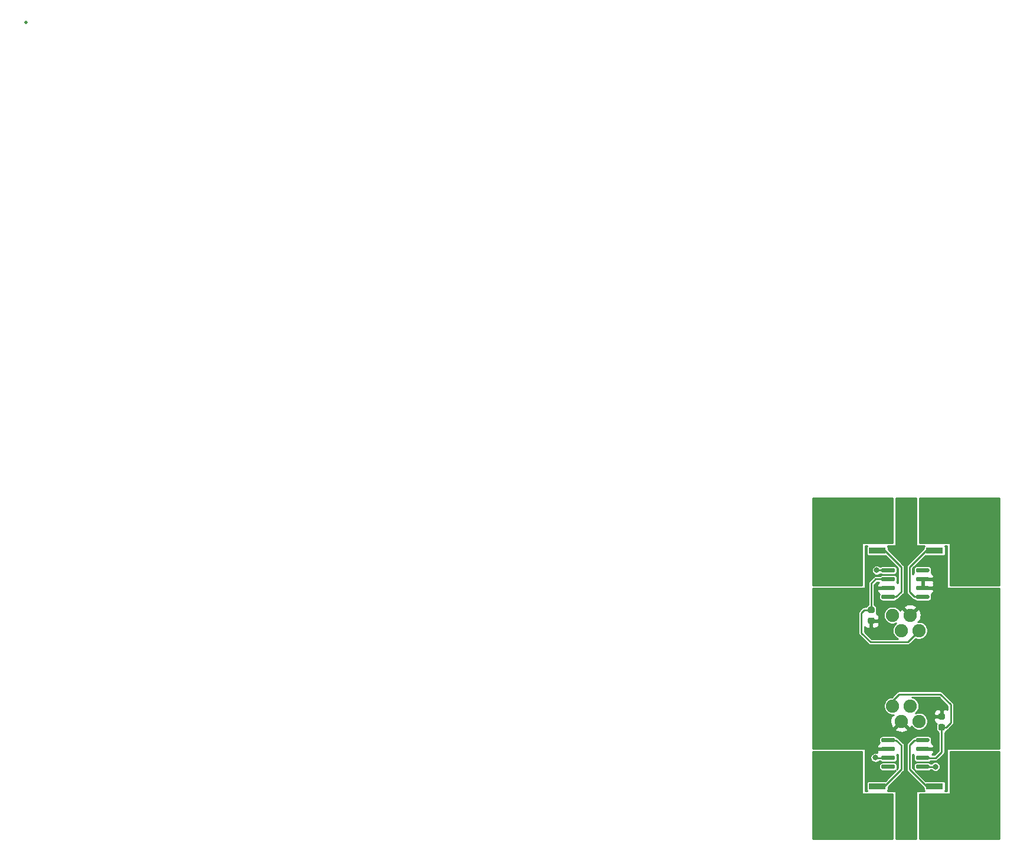
<source format=gbr>
%TF.GenerationSoftware,KiCad,Pcbnew,(5.1.10)-1*%
%TF.CreationDate,2021-07-20T09:59:38-04:00*%
%TF.ProjectId,Smart Tank Current Shunt,536d6172-7420-4546-916e-6b2043757272,rev?*%
%TF.SameCoordinates,Original*%
%TF.FileFunction,Copper,L1,Top*%
%TF.FilePolarity,Positive*%
%FSLAX46Y46*%
G04 Gerber Fmt 4.6, Leading zero omitted, Abs format (unit mm)*
G04 Created by KiCad (PCBNEW (5.1.10)-1) date 2021-07-20 09:59:38*
%MOMM*%
%LPD*%
G01*
G04 APERTURE LIST*
%TA.AperFunction,ComponentPad*%
%ADD10C,0.500000*%
%TD*%
%TA.AperFunction,ComponentPad*%
%ADD11C,3.100000*%
%TD*%
%TA.AperFunction,ComponentPad*%
%ADD12C,3.099999*%
%TD*%
%TA.AperFunction,ComponentPad*%
%ADD13C,1.900000*%
%TD*%
%TA.AperFunction,SMDPad,CuDef*%
%ADD14R,2.440000X0.890000*%
%TD*%
%TA.AperFunction,SMDPad,CuDef*%
%ADD15R,2.440000X5.200000*%
%TD*%
%TA.AperFunction,ViaPad*%
%ADD16C,0.800000*%
%TD*%
%TA.AperFunction,Conductor*%
%ADD17C,0.250000*%
%TD*%
%TA.AperFunction,Conductor*%
%ADD18C,0.254000*%
%TD*%
%TA.AperFunction,Conductor*%
%ADD19C,0.100000*%
%TD*%
G04 APERTURE END LIST*
D10*
%TO.P,REF\u002A\u002A,1*%
%TO.N,Net-(J1-Pad8)*%
X123060000Y-115760000D03*
%TD*%
%TO.P,REF\u002A\u002A,1*%
%TO.N,Net-(J1-Pad8)*%
X122160000Y-115760000D03*
%TD*%
%TO.P,REF\u002A\u002A,1*%
%TO.N,Net-(J1-Pad8)*%
X121260000Y-115760000D03*
%TD*%
%TO.P,REF\u002A\u002A,1*%
%TO.N,Net-(J1-Pad8)*%
X123060000Y-114860000D03*
%TD*%
%TO.P,REF\u002A\u002A,1*%
%TO.N,Net-(J1-Pad8)*%
X122160000Y-114860000D03*
%TD*%
%TO.P,REF\u002A\u002A,1*%
%TO.N,Net-(J1-Pad8)*%
X121260000Y-114860000D03*
%TD*%
%TO.P,REF\u002A\u002A,1*%
%TO.N,Net-(J1-Pad8)*%
X123060000Y-113960000D03*
%TD*%
%TO.P,REF\u002A\u002A,1*%
%TO.N,Net-(J1-Pad8)*%
X122160000Y-113960000D03*
%TD*%
%TO.P,REF\u002A\u002A,1*%
%TO.N,Net-(J1-Pad8)*%
X121260000Y-113960000D03*
%TD*%
%TO.P,REF\u002A\u002A,1*%
%TO.N,Net-(J1-Pad8)*%
X123060000Y-113060000D03*
%TD*%
%TO.P,REF\u002A\u002A,1*%
%TO.N,Net-(J1-Pad8)*%
X122160000Y-113060000D03*
%TD*%
%TO.P,REF\u002A\u002A,1*%
%TO.N,Net-(J1-Pad8)*%
X121260000Y-113060000D03*
%TD*%
%TO.P,REF\u002A\u002A,1*%
%TO.N,Net-(J1-Pad8)*%
X123060000Y-112160000D03*
%TD*%
%TO.P,REF\u002A\u002A,1*%
%TO.N,Net-(J1-Pad8)*%
X122160000Y-112160000D03*
%TD*%
%TO.P,REF\u002A\u002A,1*%
%TO.N,Net-(J1-Pad8)*%
X121260000Y-112160000D03*
%TD*%
%TO.P,REF\u002A\u002A,1*%
%TO.N,Net-(J1-Pad8)*%
X123060000Y-111260000D03*
%TD*%
%TO.P,REF\u002A\u002A,1*%
%TO.N,Net-(J1-Pad8)*%
X122160000Y-111260000D03*
%TD*%
%TO.P,REF\u002A\u002A,1*%
%TO.N,Net-(J1-Pad7)*%
X131300000Y-115750000D03*
%TD*%
%TO.P,REF\u002A\u002A,1*%
%TO.N,Net-(J1-Pad7)*%
X130400000Y-115750000D03*
%TD*%
%TO.P,REF\u002A\u002A,1*%
%TO.N,Net-(J1-Pad7)*%
X129500000Y-115750000D03*
%TD*%
%TO.P,REF\u002A\u002A,1*%
%TO.N,Net-(J1-Pad7)*%
X131300000Y-114850000D03*
%TD*%
%TO.P,REF\u002A\u002A,1*%
%TO.N,Net-(J1-Pad7)*%
X130400000Y-114850000D03*
%TD*%
%TO.P,REF\u002A\u002A,1*%
%TO.N,Net-(J1-Pad7)*%
X129500000Y-114850000D03*
%TD*%
%TO.P,REF\u002A\u002A,1*%
%TO.N,Net-(J1-Pad7)*%
X131300000Y-113950000D03*
%TD*%
%TO.P,REF\u002A\u002A,1*%
%TO.N,Net-(J1-Pad7)*%
X130400000Y-113950000D03*
%TD*%
%TO.P,REF\u002A\u002A,1*%
%TO.N,Net-(J1-Pad7)*%
X129500000Y-113950000D03*
%TD*%
%TO.P,REF\u002A\u002A,1*%
%TO.N,Net-(J1-Pad7)*%
X131300000Y-113050000D03*
%TD*%
%TO.P,REF\u002A\u002A,1*%
%TO.N,Net-(J1-Pad7)*%
X130400000Y-113050000D03*
%TD*%
%TO.P,REF\u002A\u002A,1*%
%TO.N,Net-(J1-Pad7)*%
X129500000Y-113050000D03*
%TD*%
%TO.P,REF\u002A\u002A,1*%
%TO.N,Net-(J1-Pad7)*%
X131300000Y-112150000D03*
%TD*%
%TO.P,REF\u002A\u002A,1*%
%TO.N,Net-(J1-Pad7)*%
X130400000Y-112150000D03*
%TD*%
%TO.P,REF\u002A\u002A,1*%
%TO.N,Net-(J1-Pad7)*%
X129500000Y-112150000D03*
%TD*%
%TO.P,REF\u002A\u002A,1*%
%TO.N,Net-(J1-Pad7)*%
X131300000Y-111250000D03*
%TD*%
%TO.P,REF\u002A\u002A,1*%
%TO.N,Net-(J1-Pad7)*%
X130400000Y-111250000D03*
%TD*%
%TO.P,REF\u002A\u002A,1*%
%TO.N,Net-(J1-Pad2)*%
X131300000Y-74350000D03*
%TD*%
%TO.P,REF\u002A\u002A,1*%
%TO.N,Net-(J1-Pad2)*%
X130400000Y-74350000D03*
%TD*%
%TO.P,REF\u002A\u002A,1*%
%TO.N,Net-(J1-Pad2)*%
X129500000Y-74350000D03*
%TD*%
%TO.P,REF\u002A\u002A,1*%
%TO.N,Net-(J1-Pad2)*%
X131300000Y-73450000D03*
%TD*%
%TO.P,REF\u002A\u002A,1*%
%TO.N,Net-(J1-Pad2)*%
X130400000Y-73450000D03*
%TD*%
%TO.P,REF\u002A\u002A,1*%
%TO.N,Net-(J1-Pad2)*%
X129500000Y-73450000D03*
%TD*%
%TO.P,REF\u002A\u002A,1*%
%TO.N,Net-(J1-Pad2)*%
X131300000Y-72550000D03*
%TD*%
%TO.P,REF\u002A\u002A,1*%
%TO.N,Net-(J1-Pad2)*%
X130400000Y-72550000D03*
%TD*%
%TO.P,REF\u002A\u002A,1*%
%TO.N,Net-(J1-Pad2)*%
X129500000Y-72550000D03*
%TD*%
%TO.P,REF\u002A\u002A,1*%
%TO.N,Net-(J1-Pad2)*%
X131300000Y-71650000D03*
%TD*%
%TO.P,REF\u002A\u002A,1*%
%TO.N,Net-(J1-Pad2)*%
X130400000Y-71650000D03*
%TD*%
%TO.P,REF\u002A\u002A,1*%
%TO.N,Net-(J1-Pad2)*%
X129500000Y-71650000D03*
%TD*%
%TO.P,REF\u002A\u002A,1*%
%TO.N,Net-(J1-Pad2)*%
X131300000Y-70750000D03*
%TD*%
%TO.P,REF\u002A\u002A,1*%
%TO.N,Net-(J1-Pad2)*%
X130400000Y-70750000D03*
%TD*%
%TO.P,REF\u002A\u002A,1*%
%TO.N,Net-(J1-Pad2)*%
X129500000Y-70750000D03*
%TD*%
%TO.P,REF\u002A\u002A,1*%
%TO.N,Net-(J1-Pad2)*%
X131300000Y-69850000D03*
%TD*%
%TO.P,REF\u002A\u002A,1*%
%TO.N,Net-(J1-Pad2)*%
X130400000Y-69850000D03*
%TD*%
%TO.P,REF\u002A\u002A,1*%
%TO.N,Net-(J1-Pad1)*%
X123070000Y-74360000D03*
%TD*%
%TO.P,REF\u002A\u002A,1*%
%TO.N,Net-(J1-Pad1)*%
X122170000Y-74360000D03*
%TD*%
%TO.P,REF\u002A\u002A,1*%
%TO.N,Net-(J1-Pad1)*%
X121270000Y-74360000D03*
%TD*%
%TO.P,REF\u002A\u002A,1*%
%TO.N,Net-(J1-Pad1)*%
X123070000Y-73460000D03*
%TD*%
%TO.P,REF\u002A\u002A,1*%
%TO.N,Net-(J1-Pad1)*%
X122170000Y-73460000D03*
%TD*%
%TO.P,REF\u002A\u002A,1*%
%TO.N,Net-(J1-Pad1)*%
X121270000Y-73460000D03*
%TD*%
%TO.P,REF\u002A\u002A,1*%
%TO.N,Net-(J1-Pad1)*%
X123070000Y-72560000D03*
%TD*%
%TO.P,REF\u002A\u002A,1*%
%TO.N,Net-(J1-Pad1)*%
X122170000Y-72560000D03*
%TD*%
%TO.P,REF\u002A\u002A,1*%
%TO.N,Net-(J1-Pad1)*%
X121270000Y-72560000D03*
%TD*%
%TO.P,REF\u002A\u002A,1*%
%TO.N,Net-(J1-Pad1)*%
X123070000Y-71660000D03*
%TD*%
%TO.P,REF\u002A\u002A,1*%
%TO.N,Net-(J1-Pad1)*%
X122170000Y-71660000D03*
%TD*%
%TO.P,REF\u002A\u002A,1*%
%TO.N,Net-(J1-Pad1)*%
X121270000Y-71660000D03*
%TD*%
%TO.P,REF\u002A\u002A,1*%
%TO.N,Net-(J1-Pad1)*%
X123070000Y-70760000D03*
%TD*%
%TO.P,REF\u002A\u002A,1*%
%TO.N,Net-(J1-Pad1)*%
X122170000Y-70760000D03*
%TD*%
%TO.P,REF\u002A\u002A,1*%
%TO.N,Net-(J1-Pad1)*%
X121270000Y-70760000D03*
%TD*%
%TO.P,REF\u002A\u002A,1*%
%TO.N,Net-(J1-Pad1)*%
X123070000Y-69860000D03*
%TD*%
%TO.P,REF\u002A\u002A,1*%
%TO.N,Net-(J1-Pad1)*%
X122170000Y-69860000D03*
%TD*%
%TO.P,REF\u002A\u002A,1*%
%TO.N,Net-(J1-Pad8)*%
X121260000Y-111260000D03*
%TD*%
%TO.P,REF\u002A\u002A,1*%
%TO.N,Net-(J1-Pad2)*%
X129500000Y-69850000D03*
%TD*%
%TO.P,REF\u002A\u002A,1*%
%TO.N,Net-(J1-Pad1)*%
X121270000Y-69860000D03*
%TD*%
%TO.P,REF\u002A\u002A,1*%
%TO.N,Net-(J1-Pad7)*%
X129500000Y-111250000D03*
%TD*%
%TO.P,REF\u002A\u002A,1*%
%TO.N,N/C*%
X0Y0D03*
%TD*%
%TO.P,C1,1*%
%TO.N,Net-(C1-Pad1)*%
%TA.AperFunction,SMDPad,CuDef*%
G36*
G01*
X121050000Y-83950000D02*
X121550000Y-83950000D01*
G75*
G02*
X121775000Y-84175000I0J-225000D01*
G01*
X121775000Y-84625000D01*
G75*
G02*
X121550000Y-84850000I-225000J0D01*
G01*
X121050000Y-84850000D01*
G75*
G02*
X120825000Y-84625000I0J225000D01*
G01*
X120825000Y-84175000D01*
G75*
G02*
X121050000Y-83950000I225000J0D01*
G01*
G37*
%TD.AperFunction*%
%TO.P,C1,2*%
%TO.N,Earth*%
%TA.AperFunction,SMDPad,CuDef*%
G36*
G01*
X121050000Y-85500000D02*
X121550000Y-85500000D01*
G75*
G02*
X121775000Y-85725000I0J-225000D01*
G01*
X121775000Y-86175000D01*
G75*
G02*
X121550000Y-86400000I-225000J0D01*
G01*
X121050000Y-86400000D01*
G75*
G02*
X120825000Y-86175000I0J225000D01*
G01*
X120825000Y-85725000D01*
G75*
G02*
X121050000Y-85500000I225000J0D01*
G01*
G37*
%TD.AperFunction*%
%TD*%
%TO.P,C2,2*%
%TO.N,Earth*%
%TA.AperFunction,SMDPad,CuDef*%
G36*
G01*
X131650000Y-100150000D02*
X131150000Y-100150000D01*
G75*
G02*
X130925000Y-99925000I0J225000D01*
G01*
X130925000Y-99475000D01*
G75*
G02*
X131150000Y-99250000I225000J0D01*
G01*
X131650000Y-99250000D01*
G75*
G02*
X131875000Y-99475000I0J-225000D01*
G01*
X131875000Y-99925000D01*
G75*
G02*
X131650000Y-100150000I-225000J0D01*
G01*
G37*
%TD.AperFunction*%
%TO.P,C2,1*%
%TO.N,Net-(C2-Pad1)*%
%TA.AperFunction,SMDPad,CuDef*%
G36*
G01*
X131650000Y-101700000D02*
X131150000Y-101700000D01*
G75*
G02*
X130925000Y-101475000I0J225000D01*
G01*
X130925000Y-101025000D01*
G75*
G02*
X131150000Y-100800000I225000J0D01*
G01*
X131650000Y-100800000D01*
G75*
G02*
X131875000Y-101025000I0J-225000D01*
G01*
X131875000Y-101475000D01*
G75*
G02*
X131650000Y-101700000I-225000J0D01*
G01*
G37*
%TD.AperFunction*%
%TD*%
%TO.P,CTRL_AMPS,1*%
%TO.N,Net-(CTRL_AMPS1-Pad1)*%
%TA.AperFunction,SMDPad,CuDef*%
G36*
G01*
X129650000Y-82355000D02*
X129650000Y-82655000D01*
G75*
G02*
X129500000Y-82805000I-150000J0D01*
G01*
X127850000Y-82805000D01*
G75*
G02*
X127700000Y-82655000I0J150000D01*
G01*
X127700000Y-82355000D01*
G75*
G02*
X127850000Y-82205000I150000J0D01*
G01*
X129500000Y-82205000D01*
G75*
G02*
X129650000Y-82355000I0J-150000D01*
G01*
G37*
%TD.AperFunction*%
%TO.P,CTRL_AMPS,2*%
%TO.N,Earth*%
%TA.AperFunction,SMDPad,CuDef*%
G36*
G01*
X129650000Y-81085000D02*
X129650000Y-81385000D01*
G75*
G02*
X129500000Y-81535000I-150000J0D01*
G01*
X127850000Y-81535000D01*
G75*
G02*
X127700000Y-81385000I0J150000D01*
G01*
X127700000Y-81085000D01*
G75*
G02*
X127850000Y-80935000I150000J0D01*
G01*
X129500000Y-80935000D01*
G75*
G02*
X129650000Y-81085000I0J-150000D01*
G01*
G37*
%TD.AperFunction*%
%TO.P,CTRL_AMPS,3*%
%TA.AperFunction,SMDPad,CuDef*%
G36*
G01*
X129650000Y-79815000D02*
X129650000Y-80115000D01*
G75*
G02*
X129500000Y-80265000I-150000J0D01*
G01*
X127850000Y-80265000D01*
G75*
G02*
X127700000Y-80115000I0J150000D01*
G01*
X127700000Y-79815000D01*
G75*
G02*
X127850000Y-79665000I150000J0D01*
G01*
X129500000Y-79665000D01*
G75*
G02*
X129650000Y-79815000I0J-150000D01*
G01*
G37*
%TD.AperFunction*%
%TO.P,CTRL_AMPS,4*%
%TO.N,Net-(CTRL_AMPS1-Pad4)*%
%TA.AperFunction,SMDPad,CuDef*%
G36*
G01*
X129650000Y-78545000D02*
X129650000Y-78845000D01*
G75*
G02*
X129500000Y-78995000I-150000J0D01*
G01*
X127850000Y-78995000D01*
G75*
G02*
X127700000Y-78845000I0J150000D01*
G01*
X127700000Y-78545000D01*
G75*
G02*
X127850000Y-78395000I150000J0D01*
G01*
X129500000Y-78395000D01*
G75*
G02*
X129650000Y-78545000I0J-150000D01*
G01*
G37*
%TD.AperFunction*%
%TO.P,CTRL_AMPS,5*%
%TO.N,Net-(CTRL_AMPS1-Pad5)*%
%TA.AperFunction,SMDPad,CuDef*%
G36*
G01*
X124700000Y-78545000D02*
X124700000Y-78845000D01*
G75*
G02*
X124550000Y-78995000I-150000J0D01*
G01*
X122900000Y-78995000D01*
G75*
G02*
X122750000Y-78845000I0J150000D01*
G01*
X122750000Y-78545000D01*
G75*
G02*
X122900000Y-78395000I150000J0D01*
G01*
X124550000Y-78395000D01*
G75*
G02*
X124700000Y-78545000I0J-150000D01*
G01*
G37*
%TD.AperFunction*%
%TO.P,CTRL_AMPS,6*%
%TO.N,Net-(C1-Pad1)*%
%TA.AperFunction,SMDPad,CuDef*%
G36*
G01*
X124700000Y-79815000D02*
X124700000Y-80115000D01*
G75*
G02*
X124550000Y-80265000I-150000J0D01*
G01*
X122900000Y-80265000D01*
G75*
G02*
X122750000Y-80115000I0J150000D01*
G01*
X122750000Y-79815000D01*
G75*
G02*
X122900000Y-79665000I150000J0D01*
G01*
X124550000Y-79665000D01*
G75*
G02*
X124700000Y-79815000I0J-150000D01*
G01*
G37*
%TD.AperFunction*%
%TO.P,CTRL_AMPS,7*%
%TO.N,Earth*%
%TA.AperFunction,SMDPad,CuDef*%
G36*
G01*
X124700000Y-81085000D02*
X124700000Y-81385000D01*
G75*
G02*
X124550000Y-81535000I-150000J0D01*
G01*
X122900000Y-81535000D01*
G75*
G02*
X122750000Y-81385000I0J150000D01*
G01*
X122750000Y-81085000D01*
G75*
G02*
X122900000Y-80935000I150000J0D01*
G01*
X124550000Y-80935000D01*
G75*
G02*
X124700000Y-81085000I0J-150000D01*
G01*
G37*
%TD.AperFunction*%
%TO.P,CTRL_AMPS,8*%
%TO.N,Net-(CTRL_AMPS1-Pad8)*%
%TA.AperFunction,SMDPad,CuDef*%
G36*
G01*
X124700000Y-82355000D02*
X124700000Y-82655000D01*
G75*
G02*
X124550000Y-82805000I-150000J0D01*
G01*
X122900000Y-82805000D01*
G75*
G02*
X122750000Y-82655000I0J150000D01*
G01*
X122750000Y-82355000D01*
G75*
G02*
X122900000Y-82205000I150000J0D01*
G01*
X124550000Y-82205000D01*
G75*
G02*
X124700000Y-82355000I0J-150000D01*
G01*
G37*
%TD.AperFunction*%
%TD*%
D11*
%TO.P,J1,1*%
%TO.N,Net-(J1-Pad1)*%
X115740000Y-72300770D03*
X115740000Y-77380770D03*
D12*
%TO.P,J1,2*%
%TO.N,Net-(J1-Pad2)*%
X136740000Y-72300770D03*
X136740000Y-77380770D03*
D13*
%TO.P,J1,3*%
%TO.N,Net-(J1-Pad3)*%
X124340000Y-85150000D03*
%TO.P,J1,5*%
%TO.N,Earth*%
X126880000Y-85150000D03*
%TO.P,J1,4*%
%TO.N,Net-(CTRL_AMPS1-Pad5)*%
X125610000Y-87360000D03*
%TO.P,J1,6*%
%TO.N,Net-(C1-Pad1)*%
X128150000Y-87360000D03*
D12*
%TO.P,J1,8*%
%TO.N,Net-(J1-Pad8)*%
X115750000Y-108160770D03*
X115750000Y-113240770D03*
%TO.P,J1,7*%
%TO.N,Net-(J1-Pad7)*%
X136740000Y-108160770D03*
X136740000Y-113240770D03*
D13*
%TO.P,J1,9*%
%TO.N,Net-(J1-Pad9)*%
X128150000Y-100400000D03*
%TO.P,J1,10*%
%TO.N,Net-(J1-Pad10)*%
X126892132Y-98200000D03*
%TO.P,J1,11*%
%TO.N,Earth*%
X125610000Y-100400000D03*
%TO.P,J1,12*%
%TO.N,Net-(C2-Pad1)*%
X124352132Y-98200000D03*
%TD*%
%TO.P,PUMP_AMPS,8*%
%TO.N,Net-(PUMP_AMPS1-Pad8)*%
%TA.AperFunction,SMDPad,CuDef*%
G36*
G01*
X127700000Y-103245000D02*
X127700000Y-102945000D01*
G75*
G02*
X127850000Y-102795000I150000J0D01*
G01*
X129500000Y-102795000D01*
G75*
G02*
X129650000Y-102945000I0J-150000D01*
G01*
X129650000Y-103245000D01*
G75*
G02*
X129500000Y-103395000I-150000J0D01*
G01*
X127850000Y-103395000D01*
G75*
G02*
X127700000Y-103245000I0J150000D01*
G01*
G37*
%TD.AperFunction*%
%TO.P,PUMP_AMPS,7*%
%TO.N,Earth*%
%TA.AperFunction,SMDPad,CuDef*%
G36*
G01*
X127700000Y-104515000D02*
X127700000Y-104215000D01*
G75*
G02*
X127850000Y-104065000I150000J0D01*
G01*
X129500000Y-104065000D01*
G75*
G02*
X129650000Y-104215000I0J-150000D01*
G01*
X129650000Y-104515000D01*
G75*
G02*
X129500000Y-104665000I-150000J0D01*
G01*
X127850000Y-104665000D01*
G75*
G02*
X127700000Y-104515000I0J150000D01*
G01*
G37*
%TD.AperFunction*%
%TO.P,PUMP_AMPS,6*%
%TO.N,Net-(C2-Pad1)*%
%TA.AperFunction,SMDPad,CuDef*%
G36*
G01*
X127700000Y-105785000D02*
X127700000Y-105485000D01*
G75*
G02*
X127850000Y-105335000I150000J0D01*
G01*
X129500000Y-105335000D01*
G75*
G02*
X129650000Y-105485000I0J-150000D01*
G01*
X129650000Y-105785000D01*
G75*
G02*
X129500000Y-105935000I-150000J0D01*
G01*
X127850000Y-105935000D01*
G75*
G02*
X127700000Y-105785000I0J150000D01*
G01*
G37*
%TD.AperFunction*%
%TO.P,PUMP_AMPS,5*%
%TO.N,Net-(J1-Pad10)*%
%TA.AperFunction,SMDPad,CuDef*%
G36*
G01*
X127700000Y-107055000D02*
X127700000Y-106755000D01*
G75*
G02*
X127850000Y-106605000I150000J0D01*
G01*
X129500000Y-106605000D01*
G75*
G02*
X129650000Y-106755000I0J-150000D01*
G01*
X129650000Y-107055000D01*
G75*
G02*
X129500000Y-107205000I-150000J0D01*
G01*
X127850000Y-107205000D01*
G75*
G02*
X127700000Y-107055000I0J150000D01*
G01*
G37*
%TD.AperFunction*%
%TO.P,PUMP_AMPS,4*%
%TO.N,Net-(PUMP_AMPS1-Pad4)*%
%TA.AperFunction,SMDPad,CuDef*%
G36*
G01*
X122750000Y-107055000D02*
X122750000Y-106755000D01*
G75*
G02*
X122900000Y-106605000I150000J0D01*
G01*
X124550000Y-106605000D01*
G75*
G02*
X124700000Y-106755000I0J-150000D01*
G01*
X124700000Y-107055000D01*
G75*
G02*
X124550000Y-107205000I-150000J0D01*
G01*
X122900000Y-107205000D01*
G75*
G02*
X122750000Y-107055000I0J150000D01*
G01*
G37*
%TD.AperFunction*%
%TO.P,PUMP_AMPS,3*%
%TO.N,Net-(C2-Pad1)*%
%TA.AperFunction,SMDPad,CuDef*%
G36*
G01*
X122750000Y-105785000D02*
X122750000Y-105485000D01*
G75*
G02*
X122900000Y-105335000I150000J0D01*
G01*
X124550000Y-105335000D01*
G75*
G02*
X124700000Y-105485000I0J-150000D01*
G01*
X124700000Y-105785000D01*
G75*
G02*
X124550000Y-105935000I-150000J0D01*
G01*
X122900000Y-105935000D01*
G75*
G02*
X122750000Y-105785000I0J150000D01*
G01*
G37*
%TD.AperFunction*%
%TO.P,PUMP_AMPS,2*%
%TO.N,Earth*%
%TA.AperFunction,SMDPad,CuDef*%
G36*
G01*
X122750000Y-104515000D02*
X122750000Y-104215000D01*
G75*
G02*
X122900000Y-104065000I150000J0D01*
G01*
X124550000Y-104065000D01*
G75*
G02*
X124700000Y-104215000I0J-150000D01*
G01*
X124700000Y-104515000D01*
G75*
G02*
X124550000Y-104665000I-150000J0D01*
G01*
X122900000Y-104665000D01*
G75*
G02*
X122750000Y-104515000I0J150000D01*
G01*
G37*
%TD.AperFunction*%
%TO.P,PUMP_AMPS,1*%
%TO.N,Net-(PUMP_AMPS1-Pad1)*%
%TA.AperFunction,SMDPad,CuDef*%
G36*
G01*
X122750000Y-103245000D02*
X122750000Y-102945000D01*
G75*
G02*
X122900000Y-102795000I150000J0D01*
G01*
X124550000Y-102795000D01*
G75*
G02*
X124700000Y-102945000I0J-150000D01*
G01*
X124700000Y-103245000D01*
G75*
G02*
X124550000Y-103395000I-150000J0D01*
G01*
X122900000Y-103395000D01*
G75*
G02*
X122750000Y-103245000I0J150000D01*
G01*
G37*
%TD.AperFunction*%
%TD*%
D14*
%TO.P,R1,3*%
%TO.N,Net-(CTRL_AMPS1-Pad8)*%
X122170000Y-75873500D03*
%TO.P,R1,2*%
%TO.N,Net-(CTRL_AMPS1-Pad1)*%
X130400000Y-75873500D03*
D15*
%TO.P,R1,4*%
%TO.N,Net-(J1-Pad1)*%
X122170000Y-72100000D03*
%TO.P,R1,1*%
%TO.N,Net-(J1-Pad2)*%
X130400000Y-72100000D03*
%TD*%
%TO.P,R2,1*%
%TO.N,Net-(J1-Pad8)*%
X122170000Y-113500000D03*
%TO.P,R2,4*%
%TO.N,Net-(J1-Pad7)*%
X130400000Y-113500000D03*
D14*
%TO.P,R2,2*%
%TO.N,Net-(PUMP_AMPS1-Pad1)*%
X122170000Y-109726500D03*
%TO.P,R2,3*%
%TO.N,Net-(PUMP_AMPS1-Pad8)*%
X130400000Y-109726500D03*
%TD*%
D16*
%TO.N,Net-(C2-Pad1)*%
X121900000Y-105600000D03*
%TO.N,Net-(CTRL_AMPS1-Pad5)*%
X122100000Y-78700000D03*
%TO.N,Net-(J1-Pad10)*%
X130500000Y-106900000D03*
%TD*%
D17*
%TO.N,Net-(C1-Pad1)*%
X121935000Y-79965000D02*
X123725000Y-79965000D01*
X121300000Y-80600000D02*
X121935000Y-79965000D01*
X121300000Y-84000000D02*
X121300000Y-80600000D01*
X128150000Y-87360000D02*
X126510000Y-89000000D01*
X126510000Y-89000000D02*
X121200000Y-89000000D01*
X121200000Y-89000000D02*
X119900000Y-87700000D01*
X119900000Y-87700000D02*
X119900000Y-84800000D01*
X120300000Y-84400000D02*
X121300000Y-84400000D01*
X119900000Y-84800000D02*
X120300000Y-84400000D01*
%TO.N,Net-(C2-Pad1)*%
X131400000Y-104800000D02*
X131400000Y-101250000D01*
X130565000Y-105635000D02*
X131400000Y-104800000D01*
X128675000Y-105635000D02*
X130565000Y-105635000D01*
X124352132Y-98200000D02*
X124352132Y-97447868D01*
X124352132Y-97447868D02*
X125300000Y-96500000D01*
X125300000Y-96500000D02*
X131200000Y-96500000D01*
X131200000Y-96500000D02*
X132700000Y-98000000D01*
X132700000Y-98000000D02*
X132700000Y-100600000D01*
X132050000Y-101250000D02*
X131400000Y-101250000D01*
X132700000Y-100600000D02*
X132050000Y-101250000D01*
X121935000Y-105635000D02*
X121900000Y-105600000D01*
X123725000Y-105635000D02*
X121935000Y-105635000D01*
%TO.N,Net-(CTRL_AMPS1-Pad1)*%
X127505000Y-82505000D02*
X128675000Y-82505000D01*
X126800000Y-78250000D02*
X126800000Y-81800000D01*
X129176500Y-75873500D02*
X126800000Y-78250000D01*
X126800000Y-81800000D02*
X127505000Y-82505000D01*
X130400000Y-75873500D02*
X129176500Y-75873500D01*
%TO.N,Net-(CTRL_AMPS1-Pad5)*%
X122105000Y-78695000D02*
X122100000Y-78700000D01*
X123725000Y-78695000D02*
X122105000Y-78695000D01*
%TO.N,Net-(CTRL_AMPS1-Pad8)*%
X124895000Y-82505000D02*
X123725000Y-82505000D01*
X125600000Y-81800000D02*
X124895000Y-82505000D01*
X125600000Y-78250000D02*
X125600000Y-81800000D01*
X123223500Y-75873500D02*
X125600000Y-78250000D01*
X122170000Y-75873500D02*
X123223500Y-75873500D01*
%TO.N,Net-(J1-Pad10)*%
X130495000Y-106905000D02*
X130500000Y-106900000D01*
X128675000Y-106905000D02*
X130495000Y-106905000D01*
%TO.N,Net-(PUMP_AMPS1-Pad8)*%
X127505000Y-103095000D02*
X128675000Y-103095000D01*
X126800000Y-103800000D02*
X127505000Y-103095000D01*
X126800000Y-107300000D02*
X126800000Y-103800000D01*
X129226500Y-109726500D02*
X126800000Y-107300000D01*
X130400000Y-109726500D02*
X129226500Y-109726500D01*
%TO.N,Net-(PUMP_AMPS1-Pad1)*%
X125600000Y-103800000D02*
X124895000Y-103095000D01*
X124895000Y-103095000D02*
X123725000Y-103095000D01*
X125600000Y-107300000D02*
X125600000Y-103800000D01*
X123173500Y-109726500D02*
X125600000Y-107300000D01*
X122170000Y-109726500D02*
X123173500Y-109726500D01*
%TD*%
D18*
%TO.N,Net-(J1-Pad1)*%
X124373000Y-74773000D02*
X120100000Y-74773000D01*
X120075224Y-74775440D01*
X120051399Y-74782667D01*
X120029443Y-74794403D01*
X120010197Y-74810197D01*
X119994403Y-74829443D01*
X119982667Y-74851399D01*
X119975440Y-74875224D01*
X119973000Y-74900000D01*
X119973000Y-80873000D01*
X112952000Y-80873000D01*
X112952000Y-68352000D01*
X124373000Y-68352000D01*
X124373000Y-74773000D01*
%TA.AperFunction,Conductor*%
D19*
G36*
X124373000Y-74773000D02*
G01*
X120100000Y-74773000D01*
X120075224Y-74775440D01*
X120051399Y-74782667D01*
X120029443Y-74794403D01*
X120010197Y-74810197D01*
X119994403Y-74829443D01*
X119982667Y-74851399D01*
X119975440Y-74875224D01*
X119973000Y-74900000D01*
X119973000Y-80873000D01*
X112952000Y-80873000D01*
X112952000Y-68352000D01*
X124373000Y-68352000D01*
X124373000Y-74773000D01*
G37*
%TD.AperFunction*%
%TD*%
D18*
%TO.N,Net-(J1-Pad2)*%
X139648000Y-80873000D02*
X132627000Y-80873000D01*
X132627000Y-74900000D01*
X132624560Y-74875224D01*
X132617333Y-74851399D01*
X132605597Y-74829443D01*
X132589803Y-74810197D01*
X132570557Y-74794403D01*
X132548601Y-74782667D01*
X132524776Y-74775440D01*
X132500000Y-74773000D01*
X128227000Y-74773000D01*
X128227000Y-68352000D01*
X139648000Y-68352000D01*
X139648000Y-80873000D01*
%TA.AperFunction,Conductor*%
D19*
G36*
X139648000Y-80873000D02*
G01*
X132627000Y-80873000D01*
X132627000Y-74900000D01*
X132624560Y-74875224D01*
X132617333Y-74851399D01*
X132605597Y-74829443D01*
X132589803Y-74810197D01*
X132570557Y-74794403D01*
X132548601Y-74782667D01*
X132524776Y-74775440D01*
X132500000Y-74773000D01*
X128227000Y-74773000D01*
X128227000Y-68352000D01*
X139648000Y-68352000D01*
X139648000Y-80873000D01*
G37*
%TD.AperFunction*%
%TD*%
D18*
%TO.N,Net-(J1-Pad7)*%
X139648001Y-117248000D02*
X128227000Y-117248000D01*
X128227000Y-110827000D01*
X132500000Y-110827000D01*
X132524776Y-110824560D01*
X132548601Y-110817333D01*
X132570557Y-110805597D01*
X132589803Y-110789803D01*
X132605597Y-110770557D01*
X132617333Y-110748601D01*
X132624560Y-110724776D01*
X132627000Y-110700000D01*
X132627000Y-104727000D01*
X139648001Y-104727000D01*
X139648001Y-117248000D01*
%TA.AperFunction,Conductor*%
D19*
G36*
X139648001Y-117248000D02*
G01*
X128227000Y-117248000D01*
X128227000Y-110827000D01*
X132500000Y-110827000D01*
X132524776Y-110824560D01*
X132548601Y-110817333D01*
X132570557Y-110805597D01*
X132589803Y-110789803D01*
X132605597Y-110770557D01*
X132617333Y-110748601D01*
X132624560Y-110724776D01*
X132627000Y-110700000D01*
X132627000Y-104727000D01*
X139648001Y-104727000D01*
X139648001Y-117248000D01*
G37*
%TD.AperFunction*%
%TD*%
D18*
%TO.N,Net-(J1-Pad8)*%
X119973000Y-110700000D02*
X119975440Y-110724776D01*
X119982667Y-110748601D01*
X119994403Y-110770557D01*
X120010197Y-110789803D01*
X120029443Y-110805597D01*
X120051399Y-110817333D01*
X120075224Y-110824560D01*
X120100000Y-110827000D01*
X124373000Y-110827000D01*
X124373000Y-117248000D01*
X112952000Y-117248000D01*
X112952000Y-104727000D01*
X119973000Y-104727000D01*
X119973000Y-110700000D01*
%TA.AperFunction,Conductor*%
D19*
G36*
X119973000Y-110700000D02*
G01*
X119975440Y-110724776D01*
X119982667Y-110748601D01*
X119994403Y-110770557D01*
X120010197Y-110789803D01*
X120029443Y-110805597D01*
X120051399Y-110817333D01*
X120075224Y-110824560D01*
X120100000Y-110827000D01*
X124373000Y-110827000D01*
X124373000Y-117248000D01*
X112952000Y-117248000D01*
X112952000Y-104727000D01*
X119973000Y-104727000D01*
X119973000Y-110700000D01*
G37*
%TD.AperFunction*%
%TD*%
D18*
%TO.N,Earth*%
X127773000Y-75100000D02*
X127775440Y-75124776D01*
X127782667Y-75148601D01*
X127794403Y-75170557D01*
X127810197Y-75189803D01*
X127829443Y-75205597D01*
X127851399Y-75217333D01*
X127875224Y-75224560D01*
X127900000Y-75227000D01*
X128922345Y-75227000D01*
X128906794Y-75245950D01*
X128876430Y-75302757D01*
X128857732Y-75364397D01*
X128851418Y-75428500D01*
X128851418Y-75557121D01*
X128841181Y-75569595D01*
X126496100Y-77914677D01*
X126478841Y-77928841D01*
X126422357Y-77997668D01*
X126391317Y-78055741D01*
X126380386Y-78076191D01*
X126354540Y-78161393D01*
X126345813Y-78250000D01*
X126348000Y-78272205D01*
X126348001Y-81777785D01*
X126345813Y-81800000D01*
X126354540Y-81888607D01*
X126380386Y-81973809D01*
X126422358Y-82052333D01*
X126478842Y-82121159D01*
X126496096Y-82135319D01*
X127169681Y-82808905D01*
X127183841Y-82826159D01*
X127252667Y-82882643D01*
X127324215Y-82920886D01*
X127331190Y-82924614D01*
X127416392Y-82950460D01*
X127481616Y-82956884D01*
X127511591Y-82993409D01*
X127584114Y-83052926D01*
X127666855Y-83097152D01*
X127756633Y-83124386D01*
X127850000Y-83133582D01*
X129500000Y-83133582D01*
X129593367Y-83124386D01*
X129683145Y-83097152D01*
X129765886Y-83052926D01*
X129838409Y-82993409D01*
X129897926Y-82920886D01*
X129942152Y-82838145D01*
X129969386Y-82748367D01*
X129978582Y-82655000D01*
X129978582Y-82355000D01*
X129969386Y-82261633D01*
X129942152Y-82171855D01*
X129911806Y-82115081D01*
X130004494Y-82065537D01*
X130101185Y-81986185D01*
X130180537Y-81889494D01*
X130239502Y-81779180D01*
X130275812Y-81659482D01*
X130288072Y-81535000D01*
X130285000Y-81520750D01*
X130126250Y-81362000D01*
X128802000Y-81362000D01*
X128802000Y-81382000D01*
X128548000Y-81382000D01*
X128548000Y-81362000D01*
X128528000Y-81362000D01*
X128528000Y-81108000D01*
X128548000Y-81108000D01*
X128548000Y-80092000D01*
X128802000Y-80092000D01*
X128802000Y-81108000D01*
X130126250Y-81108000D01*
X130285000Y-80949250D01*
X130288072Y-80935000D01*
X130275812Y-80810518D01*
X130239502Y-80690820D01*
X130190957Y-80600000D01*
X130239502Y-80509180D01*
X130275812Y-80389482D01*
X130288072Y-80265000D01*
X130285000Y-80250750D01*
X130126250Y-80092000D01*
X128802000Y-80092000D01*
X128548000Y-80092000D01*
X128528000Y-80092000D01*
X128528000Y-79838000D01*
X128548000Y-79838000D01*
X128548000Y-79818000D01*
X128802000Y-79818000D01*
X128802000Y-79838000D01*
X130126250Y-79838000D01*
X130285000Y-79679250D01*
X130288072Y-79665000D01*
X130275812Y-79540518D01*
X130239502Y-79420820D01*
X130180537Y-79310506D01*
X130101185Y-79213815D01*
X130004494Y-79134463D01*
X129911806Y-79084919D01*
X129942152Y-79028145D01*
X129969386Y-78938367D01*
X129978582Y-78845000D01*
X129978582Y-78545000D01*
X129969386Y-78451633D01*
X129942152Y-78361855D01*
X129897926Y-78279114D01*
X129838409Y-78206591D01*
X129765886Y-78147074D01*
X129683145Y-78102848D01*
X129593367Y-78075614D01*
X129500000Y-78066418D01*
X127850000Y-78066418D01*
X127756633Y-78075614D01*
X127666855Y-78102848D01*
X127584114Y-78147074D01*
X127511591Y-78206591D01*
X127452074Y-78279114D01*
X127407848Y-78361855D01*
X127380614Y-78451633D01*
X127371418Y-78545000D01*
X127371418Y-78845000D01*
X127380614Y-78938367D01*
X127407848Y-79028145D01*
X127438194Y-79084919D01*
X127345506Y-79134463D01*
X127252000Y-79211201D01*
X127252000Y-78437223D01*
X129064152Y-76625072D01*
X129115897Y-76640768D01*
X129180000Y-76647082D01*
X131620000Y-76647082D01*
X131684103Y-76640768D01*
X131745743Y-76622070D01*
X131802550Y-76591706D01*
X131852343Y-76550843D01*
X131893206Y-76501050D01*
X131923570Y-76444243D01*
X131942268Y-76382603D01*
X131948582Y-76318500D01*
X131948582Y-75428500D01*
X131942268Y-75364397D01*
X131923570Y-75302757D01*
X131893206Y-75245950D01*
X131877655Y-75227000D01*
X132173000Y-75227000D01*
X132173000Y-81200000D01*
X132175440Y-81224776D01*
X132182667Y-81248601D01*
X132194403Y-81270557D01*
X132210197Y-81289803D01*
X132229443Y-81305597D01*
X132251399Y-81317333D01*
X132275224Y-81324560D01*
X132300000Y-81327000D01*
X139648000Y-81327000D01*
X139648001Y-104273000D01*
X132300000Y-104273000D01*
X132275224Y-104275440D01*
X132251399Y-104282667D01*
X132229443Y-104294403D01*
X132210197Y-104310197D01*
X132194403Y-104329443D01*
X132182667Y-104351399D01*
X132175440Y-104375224D01*
X132173000Y-104400000D01*
X132173000Y-110373000D01*
X131877655Y-110373000D01*
X131893206Y-110354050D01*
X131923570Y-110297243D01*
X131942268Y-110235603D01*
X131948582Y-110171500D01*
X131948582Y-109281500D01*
X131942268Y-109217397D01*
X131923570Y-109155757D01*
X131893206Y-109098950D01*
X131852343Y-109049157D01*
X131802550Y-109008294D01*
X131745743Y-108977930D01*
X131684103Y-108959232D01*
X131620000Y-108952918D01*
X129180000Y-108952918D01*
X129115897Y-108959232D01*
X129102516Y-108963291D01*
X127601376Y-107462153D01*
X127666855Y-107497152D01*
X127756633Y-107524386D01*
X127850000Y-107533582D01*
X129500000Y-107533582D01*
X129593367Y-107524386D01*
X129683145Y-107497152D01*
X129765886Y-107452926D01*
X129838409Y-107393409D01*
X129868289Y-107357000D01*
X129931002Y-107357000D01*
X129935302Y-107363436D01*
X130036564Y-107464698D01*
X130155636Y-107544259D01*
X130287942Y-107599062D01*
X130428397Y-107627000D01*
X130571603Y-107627000D01*
X130712058Y-107599062D01*
X130844364Y-107544259D01*
X130963436Y-107464698D01*
X131064698Y-107363436D01*
X131144259Y-107244364D01*
X131199062Y-107112058D01*
X131227000Y-106971603D01*
X131227000Y-106828397D01*
X131199062Y-106687942D01*
X131144259Y-106555636D01*
X131064698Y-106436564D01*
X130963436Y-106335302D01*
X130844364Y-106255741D01*
X130712058Y-106200938D01*
X130571603Y-106173000D01*
X130428397Y-106173000D01*
X130287942Y-106200938D01*
X130155636Y-106255741D01*
X130036564Y-106335302D01*
X129935302Y-106436564D01*
X129924320Y-106453000D01*
X129868289Y-106453000D01*
X129838409Y-106416591D01*
X129765886Y-106357074D01*
X129683145Y-106312848D01*
X129593367Y-106285614D01*
X129500000Y-106276418D01*
X127850000Y-106276418D01*
X127756633Y-106285614D01*
X127666855Y-106312848D01*
X127584114Y-106357074D01*
X127511591Y-106416591D01*
X127452074Y-106489114D01*
X127407848Y-106571855D01*
X127380614Y-106661633D01*
X127371418Y-106755000D01*
X127371418Y-107055000D01*
X127380614Y-107148367D01*
X127407848Y-107238145D01*
X127442847Y-107303624D01*
X127252000Y-107112777D01*
X127252000Y-105118799D01*
X127345506Y-105195537D01*
X127438194Y-105245081D01*
X127407848Y-105301855D01*
X127380614Y-105391633D01*
X127371418Y-105485000D01*
X127371418Y-105785000D01*
X127380614Y-105878367D01*
X127407848Y-105968145D01*
X127452074Y-106050886D01*
X127511591Y-106123409D01*
X127584114Y-106182926D01*
X127666855Y-106227152D01*
X127756633Y-106254386D01*
X127850000Y-106263582D01*
X129500000Y-106263582D01*
X129593367Y-106254386D01*
X129683145Y-106227152D01*
X129765886Y-106182926D01*
X129838409Y-106123409D01*
X129868289Y-106087000D01*
X130542795Y-106087000D01*
X130565000Y-106089187D01*
X130587205Y-106087000D01*
X130653607Y-106080460D01*
X130738810Y-106054614D01*
X130817333Y-106012643D01*
X130886159Y-105956159D01*
X130900323Y-105938900D01*
X131703911Y-105135314D01*
X131721159Y-105121159D01*
X131777643Y-105052333D01*
X131819614Y-104973810D01*
X131839444Y-104908438D01*
X131845460Y-104888608D01*
X131854187Y-104800001D01*
X131852000Y-104777796D01*
X131852000Y-101989430D01*
X131861847Y-101986443D01*
X131957554Y-101935287D01*
X132041442Y-101866442D01*
X132110287Y-101782554D01*
X132160368Y-101688859D01*
X132223810Y-101669614D01*
X132302333Y-101627643D01*
X132371159Y-101571159D01*
X132385323Y-101553900D01*
X133003905Y-100935319D01*
X133021159Y-100921159D01*
X133077643Y-100852333D01*
X133119614Y-100773810D01*
X133145460Y-100688607D01*
X133152000Y-100622205D01*
X133154187Y-100600000D01*
X133152000Y-100577795D01*
X133152000Y-98022204D01*
X133154187Y-97999999D01*
X133145460Y-97911392D01*
X133139444Y-97891562D01*
X133119614Y-97826190D01*
X133077643Y-97747667D01*
X133021159Y-97678841D01*
X133003912Y-97664687D01*
X131535323Y-96196100D01*
X131521159Y-96178841D01*
X131452333Y-96122357D01*
X131373810Y-96080386D01*
X131288607Y-96054540D01*
X131222205Y-96048000D01*
X131200000Y-96045813D01*
X131177795Y-96048000D01*
X125322205Y-96048000D01*
X125300000Y-96045813D01*
X125211392Y-96054540D01*
X125126190Y-96080386D01*
X125047667Y-96122357D01*
X124978841Y-96178841D01*
X124964681Y-96196095D01*
X124237777Y-96923000D01*
X124226358Y-96923000D01*
X123979645Y-96972074D01*
X123747246Y-97068337D01*
X123538092Y-97208089D01*
X123360221Y-97385960D01*
X123220469Y-97595114D01*
X123124206Y-97827513D01*
X123075132Y-98074226D01*
X123075132Y-98325774D01*
X123124206Y-98572487D01*
X123220469Y-98804886D01*
X123360221Y-99014040D01*
X123538092Y-99191911D01*
X123747246Y-99331663D01*
X123979645Y-99427926D01*
X124226358Y-99477000D01*
X124477906Y-99477000D01*
X124502500Y-99472108D01*
X124510246Y-99479854D01*
X124250958Y-99569579D01*
X124115065Y-99850671D01*
X124036621Y-100152873D01*
X124018641Y-100464573D01*
X124061816Y-100773791D01*
X124164487Y-101068644D01*
X124250958Y-101230421D01*
X124510248Y-101320147D01*
X125430395Y-100400000D01*
X125416253Y-100385858D01*
X125595858Y-100206253D01*
X125610000Y-100220395D01*
X125624143Y-100206253D01*
X125803748Y-100385858D01*
X125789605Y-100400000D01*
X126709752Y-101320147D01*
X126969042Y-101230421D01*
X127052998Y-101056760D01*
X127158089Y-101214040D01*
X127335960Y-101391911D01*
X127545114Y-101531663D01*
X127777513Y-101627926D01*
X128024226Y-101677000D01*
X128275774Y-101677000D01*
X128522487Y-101627926D01*
X128754886Y-101531663D01*
X128964040Y-101391911D01*
X129141911Y-101214040D01*
X129281663Y-101004886D01*
X129377926Y-100772487D01*
X129427000Y-100525774D01*
X129427000Y-100274226D01*
X129377926Y-100027513D01*
X129281663Y-99795114D01*
X129141911Y-99585960D01*
X128964040Y-99408089D01*
X128754886Y-99268337D01*
X128710617Y-99250000D01*
X130286928Y-99250000D01*
X130290000Y-99414250D01*
X130448750Y-99573000D01*
X131273000Y-99573000D01*
X131273000Y-98773750D01*
X131114250Y-98615000D01*
X130925000Y-98611928D01*
X130800518Y-98624188D01*
X130680820Y-98660498D01*
X130570506Y-98719463D01*
X130473815Y-98798815D01*
X130394463Y-98895506D01*
X130335498Y-99005820D01*
X130299188Y-99125518D01*
X130286928Y-99250000D01*
X128710617Y-99250000D01*
X128522487Y-99172074D01*
X128275774Y-99123000D01*
X128024226Y-99123000D01*
X127777513Y-99172074D01*
X127667924Y-99217467D01*
X127706172Y-99191911D01*
X127884043Y-99014040D01*
X128023795Y-98804886D01*
X128120058Y-98572487D01*
X128169132Y-98325774D01*
X128169132Y-98074226D01*
X128120058Y-97827513D01*
X128023795Y-97595114D01*
X127884043Y-97385960D01*
X127706172Y-97208089D01*
X127497018Y-97068337D01*
X127264619Y-96972074D01*
X127163700Y-96952000D01*
X131012777Y-96952000D01*
X132248000Y-98187225D01*
X132248000Y-98734651D01*
X132229494Y-98719463D01*
X132119180Y-98660498D01*
X131999482Y-98624188D01*
X131875000Y-98611928D01*
X131685750Y-98615000D01*
X131527000Y-98773750D01*
X131527000Y-99573000D01*
X131547000Y-99573000D01*
X131547000Y-99827000D01*
X131527000Y-99827000D01*
X131527000Y-99847000D01*
X131273000Y-99847000D01*
X131273000Y-99827000D01*
X130448750Y-99827000D01*
X130290000Y-99985750D01*
X130286928Y-100150000D01*
X130299188Y-100274482D01*
X130335498Y-100394180D01*
X130394463Y-100504494D01*
X130473815Y-100601185D01*
X130570506Y-100680537D01*
X130678567Y-100738298D01*
X130638557Y-100813153D01*
X130607055Y-100917002D01*
X130596418Y-101025000D01*
X130596418Y-101475000D01*
X130607055Y-101582998D01*
X130638557Y-101686847D01*
X130689713Y-101782554D01*
X130758558Y-101866442D01*
X130842446Y-101935287D01*
X130938153Y-101986443D01*
X130948001Y-101989430D01*
X130948000Y-104612775D01*
X130377777Y-105183000D01*
X130019770Y-105183000D01*
X130101185Y-105116185D01*
X130180537Y-105019494D01*
X130239502Y-104909180D01*
X130275812Y-104789482D01*
X130288072Y-104665000D01*
X130285000Y-104650750D01*
X130126250Y-104492000D01*
X128802000Y-104492000D01*
X128802000Y-104512000D01*
X128548000Y-104512000D01*
X128548000Y-104492000D01*
X128528000Y-104492000D01*
X128528000Y-104238000D01*
X128548000Y-104238000D01*
X128548000Y-104218000D01*
X128802000Y-104218000D01*
X128802000Y-104238000D01*
X130126250Y-104238000D01*
X130285000Y-104079250D01*
X130288072Y-104065000D01*
X130275812Y-103940518D01*
X130239502Y-103820820D01*
X130180537Y-103710506D01*
X130101185Y-103613815D01*
X130004494Y-103534463D01*
X129911806Y-103484919D01*
X129942152Y-103428145D01*
X129969386Y-103338367D01*
X129978582Y-103245000D01*
X129978582Y-102945000D01*
X129969386Y-102851633D01*
X129942152Y-102761855D01*
X129897926Y-102679114D01*
X129838409Y-102606591D01*
X129765886Y-102547074D01*
X129683145Y-102502848D01*
X129593367Y-102475614D01*
X129500000Y-102466418D01*
X127850000Y-102466418D01*
X127756633Y-102475614D01*
X127666855Y-102502848D01*
X127584114Y-102547074D01*
X127511591Y-102606591D01*
X127481616Y-102643116D01*
X127416392Y-102649540D01*
X127331190Y-102675386D01*
X127252667Y-102717357D01*
X127183841Y-102773841D01*
X127169681Y-102791095D01*
X126496096Y-103464681D01*
X126478842Y-103478841D01*
X126449484Y-103514614D01*
X126422358Y-103547667D01*
X126380386Y-103626191D01*
X126354540Y-103711393D01*
X126345813Y-103800000D01*
X126348001Y-103822215D01*
X126348000Y-107277795D01*
X126345813Y-107300000D01*
X126354540Y-107388607D01*
X126355997Y-107393409D01*
X126380386Y-107473809D01*
X126422357Y-107552332D01*
X126478841Y-107621159D01*
X126496100Y-107635323D01*
X128851418Y-109990643D01*
X128851418Y-110171500D01*
X128857732Y-110235603D01*
X128876430Y-110297243D01*
X128906794Y-110354050D01*
X128922345Y-110373000D01*
X127900000Y-110373000D01*
X127875224Y-110375440D01*
X127851399Y-110382667D01*
X127829443Y-110394403D01*
X127810197Y-110410197D01*
X127794403Y-110429443D01*
X127782667Y-110451399D01*
X127775440Y-110475224D01*
X127773000Y-110500000D01*
X127773000Y-117248000D01*
X124827000Y-117248000D01*
X124827000Y-110500000D01*
X124824560Y-110475224D01*
X124817333Y-110451399D01*
X124805597Y-110429443D01*
X124789803Y-110410197D01*
X124770557Y-110394403D01*
X124748601Y-110382667D01*
X124724776Y-110375440D01*
X124700000Y-110373000D01*
X123647655Y-110373000D01*
X123663206Y-110354050D01*
X123693570Y-110297243D01*
X123712268Y-110235603D01*
X123718582Y-110171500D01*
X123718582Y-109820641D01*
X125903912Y-107635313D01*
X125921159Y-107621159D01*
X125977643Y-107552333D01*
X126019614Y-107473810D01*
X126039444Y-107408438D01*
X126045460Y-107388608D01*
X126054187Y-107300001D01*
X126052000Y-107277796D01*
X126052000Y-103822205D01*
X126054187Y-103800000D01*
X126045460Y-103711392D01*
X126019614Y-103626190D01*
X125996747Y-103583409D01*
X125977643Y-103547667D01*
X125921159Y-103478841D01*
X125903905Y-103464681D01*
X125230323Y-102791100D01*
X125216159Y-102773841D01*
X125147333Y-102717357D01*
X125068810Y-102675386D01*
X124983607Y-102649540D01*
X124918384Y-102643116D01*
X124888409Y-102606591D01*
X124815886Y-102547074D01*
X124733145Y-102502848D01*
X124643367Y-102475614D01*
X124550000Y-102466418D01*
X122900000Y-102466418D01*
X122806633Y-102475614D01*
X122716855Y-102502848D01*
X122634114Y-102547074D01*
X122561591Y-102606591D01*
X122502074Y-102679114D01*
X122457848Y-102761855D01*
X122430614Y-102851633D01*
X122421418Y-102945000D01*
X122421418Y-103245000D01*
X122430614Y-103338367D01*
X122457848Y-103428145D01*
X122488194Y-103484919D01*
X122395506Y-103534463D01*
X122298815Y-103613815D01*
X122219463Y-103710506D01*
X122160498Y-103820820D01*
X122124188Y-103940518D01*
X122111928Y-104065000D01*
X122115000Y-104079250D01*
X122273750Y-104238000D01*
X123598000Y-104238000D01*
X123598000Y-104218000D01*
X123852000Y-104218000D01*
X123852000Y-104238000D01*
X123872000Y-104238000D01*
X123872000Y-104492000D01*
X123852000Y-104492000D01*
X123852000Y-104512000D01*
X123598000Y-104512000D01*
X123598000Y-104492000D01*
X122273750Y-104492000D01*
X122115000Y-104650750D01*
X122111928Y-104665000D01*
X122124188Y-104789482D01*
X122160498Y-104909180D01*
X122168614Y-104924364D01*
X122112058Y-104900938D01*
X121971603Y-104873000D01*
X121828397Y-104873000D01*
X121687942Y-104900938D01*
X121555636Y-104955741D01*
X121436564Y-105035302D01*
X121335302Y-105136564D01*
X121255741Y-105255636D01*
X121200938Y-105387942D01*
X121173000Y-105528397D01*
X121173000Y-105671603D01*
X121200938Y-105812058D01*
X121255741Y-105944364D01*
X121335302Y-106063436D01*
X121436564Y-106164698D01*
X121555636Y-106244259D01*
X121687942Y-106299062D01*
X121828397Y-106327000D01*
X121971603Y-106327000D01*
X122112058Y-106299062D01*
X122244364Y-106244259D01*
X122363436Y-106164698D01*
X122441134Y-106087000D01*
X122531711Y-106087000D01*
X122561591Y-106123409D01*
X122634114Y-106182926D01*
X122716855Y-106227152D01*
X122806633Y-106254386D01*
X122900000Y-106263582D01*
X124550000Y-106263582D01*
X124643367Y-106254386D01*
X124733145Y-106227152D01*
X124815886Y-106182926D01*
X124888409Y-106123409D01*
X124947926Y-106050886D01*
X124992152Y-105968145D01*
X125019386Y-105878367D01*
X125028582Y-105785000D01*
X125028582Y-105485000D01*
X125019386Y-105391633D01*
X124992152Y-105301855D01*
X124961806Y-105245081D01*
X125054494Y-105195537D01*
X125148001Y-105118798D01*
X125148000Y-107112775D01*
X124957154Y-107303621D01*
X124992152Y-107238145D01*
X125019386Y-107148367D01*
X125028582Y-107055000D01*
X125028582Y-106755000D01*
X125019386Y-106661633D01*
X124992152Y-106571855D01*
X124947926Y-106489114D01*
X124888409Y-106416591D01*
X124815886Y-106357074D01*
X124733145Y-106312848D01*
X124643367Y-106285614D01*
X124550000Y-106276418D01*
X122900000Y-106276418D01*
X122806633Y-106285614D01*
X122716855Y-106312848D01*
X122634114Y-106357074D01*
X122561591Y-106416591D01*
X122502074Y-106489114D01*
X122457848Y-106571855D01*
X122430614Y-106661633D01*
X122421418Y-106755000D01*
X122421418Y-107055000D01*
X122430614Y-107148367D01*
X122457848Y-107238145D01*
X122502074Y-107320886D01*
X122561591Y-107393409D01*
X122634114Y-107452926D01*
X122716855Y-107497152D01*
X122806633Y-107524386D01*
X122900000Y-107533582D01*
X124550000Y-107533582D01*
X124643367Y-107524386D01*
X124733145Y-107497152D01*
X124798621Y-107462154D01*
X123307859Y-108952918D01*
X120950000Y-108952918D01*
X120885897Y-108959232D01*
X120824257Y-108977930D01*
X120767450Y-109008294D01*
X120717657Y-109049157D01*
X120676794Y-109098950D01*
X120646430Y-109155757D01*
X120627732Y-109217397D01*
X120621418Y-109281500D01*
X120621418Y-110171500D01*
X120627732Y-110235603D01*
X120646430Y-110297243D01*
X120676794Y-110354050D01*
X120692345Y-110373000D01*
X120427000Y-110373000D01*
X120427000Y-104400000D01*
X120424560Y-104375224D01*
X120417333Y-104351399D01*
X120405597Y-104329443D01*
X120389803Y-104310197D01*
X120370557Y-104294403D01*
X120348601Y-104282667D01*
X120324776Y-104275440D01*
X120300000Y-104273000D01*
X112952000Y-104273000D01*
X112952000Y-101499752D01*
X124689853Y-101499752D01*
X124779579Y-101759042D01*
X125060671Y-101894935D01*
X125362873Y-101973379D01*
X125674573Y-101991359D01*
X125983791Y-101948184D01*
X126278644Y-101845513D01*
X126440421Y-101759042D01*
X126530147Y-101499752D01*
X125610000Y-100579605D01*
X124689853Y-101499752D01*
X112952000Y-101499752D01*
X112952000Y-81327000D01*
X120300000Y-81327000D01*
X120324776Y-81324560D01*
X120348601Y-81317333D01*
X120370557Y-81305597D01*
X120389803Y-81289803D01*
X120405597Y-81270557D01*
X120417333Y-81248601D01*
X120424560Y-81224776D01*
X120427000Y-81200000D01*
X120427000Y-78628397D01*
X121373000Y-78628397D01*
X121373000Y-78771603D01*
X121400938Y-78912058D01*
X121455741Y-79044364D01*
X121535302Y-79163436D01*
X121636564Y-79264698D01*
X121755636Y-79344259D01*
X121887942Y-79399062D01*
X122028397Y-79427000D01*
X122171603Y-79427000D01*
X122312058Y-79399062D01*
X122444364Y-79344259D01*
X122563436Y-79264698D01*
X122607252Y-79220882D01*
X122634114Y-79242926D01*
X122716855Y-79287152D01*
X122806633Y-79314386D01*
X122900000Y-79323582D01*
X124550000Y-79323582D01*
X124643367Y-79314386D01*
X124733145Y-79287152D01*
X124815886Y-79242926D01*
X124888409Y-79183409D01*
X124947926Y-79110886D01*
X124992152Y-79028145D01*
X125019386Y-78938367D01*
X125028582Y-78845000D01*
X125028582Y-78545000D01*
X125019386Y-78451633D01*
X124992152Y-78361855D01*
X124947926Y-78279114D01*
X124888409Y-78206591D01*
X124815886Y-78147074D01*
X124733145Y-78102848D01*
X124643367Y-78075614D01*
X124550000Y-78066418D01*
X122900000Y-78066418D01*
X122806633Y-78075614D01*
X122716855Y-78102848D01*
X122634114Y-78147074D01*
X122601760Y-78173626D01*
X122563436Y-78135302D01*
X122444364Y-78055741D01*
X122312058Y-78000938D01*
X122171603Y-77973000D01*
X122028397Y-77973000D01*
X121887942Y-78000938D01*
X121755636Y-78055741D01*
X121636564Y-78135302D01*
X121535302Y-78236564D01*
X121455741Y-78355636D01*
X121400938Y-78487942D01*
X121373000Y-78628397D01*
X120427000Y-78628397D01*
X120427000Y-75227000D01*
X120692345Y-75227000D01*
X120676794Y-75245950D01*
X120646430Y-75302757D01*
X120627732Y-75364397D01*
X120621418Y-75428500D01*
X120621418Y-76318500D01*
X120627732Y-76382603D01*
X120646430Y-76444243D01*
X120676794Y-76501050D01*
X120717657Y-76550843D01*
X120767450Y-76591706D01*
X120824257Y-76622070D01*
X120885897Y-76640768D01*
X120950000Y-76647082D01*
X123357859Y-76647082D01*
X125148000Y-78437224D01*
X125148001Y-80481202D01*
X125054494Y-80404463D01*
X124961806Y-80354919D01*
X124992152Y-80298145D01*
X125019386Y-80208367D01*
X125028582Y-80115000D01*
X125028582Y-79815000D01*
X125019386Y-79721633D01*
X124992152Y-79631855D01*
X124947926Y-79549114D01*
X124888409Y-79476591D01*
X124815886Y-79417074D01*
X124733145Y-79372848D01*
X124643367Y-79345614D01*
X124550000Y-79336418D01*
X122900000Y-79336418D01*
X122806633Y-79345614D01*
X122716855Y-79372848D01*
X122634114Y-79417074D01*
X122561591Y-79476591D01*
X122531711Y-79513000D01*
X121957205Y-79513000D01*
X121935000Y-79510813D01*
X121846392Y-79519540D01*
X121761190Y-79545386D01*
X121682667Y-79587357D01*
X121613841Y-79643841D01*
X121599681Y-79661095D01*
X120996096Y-80264681D01*
X120978842Y-80278841D01*
X120926481Y-80342643D01*
X120922358Y-80347667D01*
X120880386Y-80426191D01*
X120854540Y-80511393D01*
X120845813Y-80600000D01*
X120848001Y-80622215D01*
X120848000Y-83660570D01*
X120838153Y-83663557D01*
X120742446Y-83714713D01*
X120658558Y-83783558D01*
X120589713Y-83867446D01*
X120546656Y-83948000D01*
X120322204Y-83948000D01*
X120299999Y-83945813D01*
X120211392Y-83954540D01*
X120191562Y-83960556D01*
X120126190Y-83980386D01*
X120047667Y-84022357D01*
X119978841Y-84078841D01*
X119964685Y-84096090D01*
X119596095Y-84464682D01*
X119578842Y-84478841D01*
X119524453Y-84545114D01*
X119522358Y-84547667D01*
X119480386Y-84626191D01*
X119454540Y-84711393D01*
X119445813Y-84800000D01*
X119448001Y-84822215D01*
X119448000Y-87677795D01*
X119445813Y-87700000D01*
X119448000Y-87722204D01*
X119454540Y-87788606D01*
X119480386Y-87873809D01*
X119522357Y-87952332D01*
X119578841Y-88021159D01*
X119596100Y-88035323D01*
X120864681Y-89303905D01*
X120878841Y-89321159D01*
X120947667Y-89377643D01*
X121026190Y-89419614D01*
X121111392Y-89445460D01*
X121200000Y-89454187D01*
X121222205Y-89452000D01*
X126487795Y-89452000D01*
X126510000Y-89454187D01*
X126532205Y-89452000D01*
X126598607Y-89445460D01*
X126683810Y-89419614D01*
X126762333Y-89377643D01*
X126831159Y-89321159D01*
X126845323Y-89303900D01*
X127624626Y-88524598D01*
X127777513Y-88587926D01*
X128024226Y-88637000D01*
X128275774Y-88637000D01*
X128522487Y-88587926D01*
X128754886Y-88491663D01*
X128964040Y-88351911D01*
X129141911Y-88174040D01*
X129281663Y-87964886D01*
X129377926Y-87732487D01*
X129427000Y-87485774D01*
X129427000Y-87234226D01*
X129377926Y-86987513D01*
X129281663Y-86755114D01*
X129141911Y-86545960D01*
X128964040Y-86368089D01*
X128754886Y-86228337D01*
X128522487Y-86132074D01*
X128275774Y-86083000D01*
X128024226Y-86083000D01*
X127997854Y-86088246D01*
X127979754Y-86070146D01*
X128239042Y-85980421D01*
X128374935Y-85699329D01*
X128453379Y-85397127D01*
X128471359Y-85085427D01*
X128428184Y-84776209D01*
X128325513Y-84481356D01*
X128239042Y-84319579D01*
X127979752Y-84229853D01*
X127059605Y-85150000D01*
X127073748Y-85164143D01*
X126894143Y-85343748D01*
X126880000Y-85329605D01*
X126865858Y-85343748D01*
X126686253Y-85164143D01*
X126700395Y-85150000D01*
X125780248Y-84229853D01*
X125520958Y-84319579D01*
X125437002Y-84493240D01*
X125331911Y-84335960D01*
X125154040Y-84158089D01*
X124992645Y-84050248D01*
X125959853Y-84050248D01*
X126880000Y-84970395D01*
X127800147Y-84050248D01*
X127710421Y-83790958D01*
X127429329Y-83655065D01*
X127127127Y-83576621D01*
X126815427Y-83558641D01*
X126506209Y-83601816D01*
X126211356Y-83704487D01*
X126049579Y-83790958D01*
X125959853Y-84050248D01*
X124992645Y-84050248D01*
X124944886Y-84018337D01*
X124712487Y-83922074D01*
X124465774Y-83873000D01*
X124214226Y-83873000D01*
X123967513Y-83922074D01*
X123735114Y-84018337D01*
X123525960Y-84158089D01*
X123348089Y-84335960D01*
X123208337Y-84545114D01*
X123112074Y-84777513D01*
X123063000Y-85024226D01*
X123063000Y-85275774D01*
X123112074Y-85522487D01*
X123208337Y-85754886D01*
X123348089Y-85964040D01*
X123525960Y-86141911D01*
X123735114Y-86281663D01*
X123967513Y-86377926D01*
X124214226Y-86427000D01*
X124465774Y-86427000D01*
X124712487Y-86377926D01*
X124893371Y-86303001D01*
X124795960Y-86368089D01*
X124618089Y-86545960D01*
X124478337Y-86755114D01*
X124382074Y-86987513D01*
X124333000Y-87234226D01*
X124333000Y-87485774D01*
X124382074Y-87732487D01*
X124478337Y-87964886D01*
X124618089Y-88174040D01*
X124795960Y-88351911D01*
X125005114Y-88491663D01*
X125141123Y-88548000D01*
X121387224Y-88548000D01*
X120352000Y-87512777D01*
X120352000Y-86824603D01*
X120373815Y-86851185D01*
X120470506Y-86930537D01*
X120580820Y-86989502D01*
X120700518Y-87025812D01*
X120825000Y-87038072D01*
X121014250Y-87035000D01*
X121173000Y-86876250D01*
X121173000Y-86077000D01*
X121427000Y-86077000D01*
X121427000Y-86876250D01*
X121585750Y-87035000D01*
X121775000Y-87038072D01*
X121899482Y-87025812D01*
X122019180Y-86989502D01*
X122129494Y-86930537D01*
X122226185Y-86851185D01*
X122305537Y-86754494D01*
X122364502Y-86644180D01*
X122400812Y-86524482D01*
X122413072Y-86400000D01*
X122410000Y-86235750D01*
X122251250Y-86077000D01*
X121427000Y-86077000D01*
X121173000Y-86077000D01*
X121153000Y-86077000D01*
X121153000Y-85823000D01*
X121173000Y-85823000D01*
X121173000Y-85803000D01*
X121427000Y-85803000D01*
X121427000Y-85823000D01*
X122251250Y-85823000D01*
X122410000Y-85664250D01*
X122413072Y-85500000D01*
X122400812Y-85375518D01*
X122364502Y-85255820D01*
X122305537Y-85145506D01*
X122226185Y-85048815D01*
X122129494Y-84969463D01*
X122021433Y-84911702D01*
X122061443Y-84836847D01*
X122092945Y-84732998D01*
X122103582Y-84625000D01*
X122103582Y-84175000D01*
X122092945Y-84067002D01*
X122061443Y-83963153D01*
X122010287Y-83867446D01*
X121941442Y-83783558D01*
X121857554Y-83714713D01*
X121761847Y-83663557D01*
X121752000Y-83660570D01*
X121752000Y-80787223D01*
X122122224Y-80417000D01*
X122380230Y-80417000D01*
X122298815Y-80483815D01*
X122219463Y-80580506D01*
X122160498Y-80690820D01*
X122124188Y-80810518D01*
X122111928Y-80935000D01*
X122115000Y-80949250D01*
X122273750Y-81108000D01*
X123598000Y-81108000D01*
X123598000Y-81088000D01*
X123852000Y-81088000D01*
X123852000Y-81108000D01*
X123872000Y-81108000D01*
X123872000Y-81362000D01*
X123852000Y-81362000D01*
X123852000Y-81382000D01*
X123598000Y-81382000D01*
X123598000Y-81362000D01*
X122273750Y-81362000D01*
X122115000Y-81520750D01*
X122111928Y-81535000D01*
X122124188Y-81659482D01*
X122160498Y-81779180D01*
X122219463Y-81889494D01*
X122298815Y-81986185D01*
X122395506Y-82065537D01*
X122488194Y-82115081D01*
X122457848Y-82171855D01*
X122430614Y-82261633D01*
X122421418Y-82355000D01*
X122421418Y-82655000D01*
X122430614Y-82748367D01*
X122457848Y-82838145D01*
X122502074Y-82920886D01*
X122561591Y-82993409D01*
X122634114Y-83052926D01*
X122716855Y-83097152D01*
X122806633Y-83124386D01*
X122900000Y-83133582D01*
X124550000Y-83133582D01*
X124643367Y-83124386D01*
X124733145Y-83097152D01*
X124815886Y-83052926D01*
X124888409Y-82993409D01*
X124918384Y-82956884D01*
X124983607Y-82950460D01*
X125068810Y-82924614D01*
X125147333Y-82882643D01*
X125216159Y-82826159D01*
X125230323Y-82808900D01*
X125903905Y-82135319D01*
X125921159Y-82121159D01*
X125977643Y-82052333D01*
X126019614Y-81973810D01*
X126045460Y-81888607D01*
X126052000Y-81822205D01*
X126054187Y-81800000D01*
X126052000Y-81777795D01*
X126052000Y-78272205D01*
X126054187Y-78250000D01*
X126045460Y-78161392D01*
X126019614Y-78076190D01*
X126008684Y-78055741D01*
X125977643Y-77997667D01*
X125921159Y-77928841D01*
X125903906Y-77914682D01*
X123718582Y-75729359D01*
X123718582Y-75428500D01*
X123712268Y-75364397D01*
X123693570Y-75302757D01*
X123663206Y-75245950D01*
X123647655Y-75227000D01*
X124700000Y-75227000D01*
X124724776Y-75224560D01*
X124748601Y-75217333D01*
X124770557Y-75205597D01*
X124789803Y-75189803D01*
X124805597Y-75170557D01*
X124817333Y-75148601D01*
X124824560Y-75124776D01*
X124827000Y-75100000D01*
X124827000Y-68352000D01*
X127773000Y-68352000D01*
X127773000Y-75100000D01*
%TA.AperFunction,Conductor*%
D19*
G36*
X127773000Y-75100000D02*
G01*
X127775440Y-75124776D01*
X127782667Y-75148601D01*
X127794403Y-75170557D01*
X127810197Y-75189803D01*
X127829443Y-75205597D01*
X127851399Y-75217333D01*
X127875224Y-75224560D01*
X127900000Y-75227000D01*
X128922345Y-75227000D01*
X128906794Y-75245950D01*
X128876430Y-75302757D01*
X128857732Y-75364397D01*
X128851418Y-75428500D01*
X128851418Y-75557121D01*
X128841181Y-75569595D01*
X126496100Y-77914677D01*
X126478841Y-77928841D01*
X126422357Y-77997668D01*
X126391317Y-78055741D01*
X126380386Y-78076191D01*
X126354540Y-78161393D01*
X126345813Y-78250000D01*
X126348000Y-78272205D01*
X126348001Y-81777785D01*
X126345813Y-81800000D01*
X126354540Y-81888607D01*
X126380386Y-81973809D01*
X126422358Y-82052333D01*
X126478842Y-82121159D01*
X126496096Y-82135319D01*
X127169681Y-82808905D01*
X127183841Y-82826159D01*
X127252667Y-82882643D01*
X127324215Y-82920886D01*
X127331190Y-82924614D01*
X127416392Y-82950460D01*
X127481616Y-82956884D01*
X127511591Y-82993409D01*
X127584114Y-83052926D01*
X127666855Y-83097152D01*
X127756633Y-83124386D01*
X127850000Y-83133582D01*
X129500000Y-83133582D01*
X129593367Y-83124386D01*
X129683145Y-83097152D01*
X129765886Y-83052926D01*
X129838409Y-82993409D01*
X129897926Y-82920886D01*
X129942152Y-82838145D01*
X129969386Y-82748367D01*
X129978582Y-82655000D01*
X129978582Y-82355000D01*
X129969386Y-82261633D01*
X129942152Y-82171855D01*
X129911806Y-82115081D01*
X130004494Y-82065537D01*
X130101185Y-81986185D01*
X130180537Y-81889494D01*
X130239502Y-81779180D01*
X130275812Y-81659482D01*
X130288072Y-81535000D01*
X130285000Y-81520750D01*
X130126250Y-81362000D01*
X128802000Y-81362000D01*
X128802000Y-81382000D01*
X128548000Y-81382000D01*
X128548000Y-81362000D01*
X128528000Y-81362000D01*
X128528000Y-81108000D01*
X128548000Y-81108000D01*
X128548000Y-80092000D01*
X128802000Y-80092000D01*
X128802000Y-81108000D01*
X130126250Y-81108000D01*
X130285000Y-80949250D01*
X130288072Y-80935000D01*
X130275812Y-80810518D01*
X130239502Y-80690820D01*
X130190957Y-80600000D01*
X130239502Y-80509180D01*
X130275812Y-80389482D01*
X130288072Y-80265000D01*
X130285000Y-80250750D01*
X130126250Y-80092000D01*
X128802000Y-80092000D01*
X128548000Y-80092000D01*
X128528000Y-80092000D01*
X128528000Y-79838000D01*
X128548000Y-79838000D01*
X128548000Y-79818000D01*
X128802000Y-79818000D01*
X128802000Y-79838000D01*
X130126250Y-79838000D01*
X130285000Y-79679250D01*
X130288072Y-79665000D01*
X130275812Y-79540518D01*
X130239502Y-79420820D01*
X130180537Y-79310506D01*
X130101185Y-79213815D01*
X130004494Y-79134463D01*
X129911806Y-79084919D01*
X129942152Y-79028145D01*
X129969386Y-78938367D01*
X129978582Y-78845000D01*
X129978582Y-78545000D01*
X129969386Y-78451633D01*
X129942152Y-78361855D01*
X129897926Y-78279114D01*
X129838409Y-78206591D01*
X129765886Y-78147074D01*
X129683145Y-78102848D01*
X129593367Y-78075614D01*
X129500000Y-78066418D01*
X127850000Y-78066418D01*
X127756633Y-78075614D01*
X127666855Y-78102848D01*
X127584114Y-78147074D01*
X127511591Y-78206591D01*
X127452074Y-78279114D01*
X127407848Y-78361855D01*
X127380614Y-78451633D01*
X127371418Y-78545000D01*
X127371418Y-78845000D01*
X127380614Y-78938367D01*
X127407848Y-79028145D01*
X127438194Y-79084919D01*
X127345506Y-79134463D01*
X127252000Y-79211201D01*
X127252000Y-78437223D01*
X129064152Y-76625072D01*
X129115897Y-76640768D01*
X129180000Y-76647082D01*
X131620000Y-76647082D01*
X131684103Y-76640768D01*
X131745743Y-76622070D01*
X131802550Y-76591706D01*
X131852343Y-76550843D01*
X131893206Y-76501050D01*
X131923570Y-76444243D01*
X131942268Y-76382603D01*
X131948582Y-76318500D01*
X131948582Y-75428500D01*
X131942268Y-75364397D01*
X131923570Y-75302757D01*
X131893206Y-75245950D01*
X131877655Y-75227000D01*
X132173000Y-75227000D01*
X132173000Y-81200000D01*
X132175440Y-81224776D01*
X132182667Y-81248601D01*
X132194403Y-81270557D01*
X132210197Y-81289803D01*
X132229443Y-81305597D01*
X132251399Y-81317333D01*
X132275224Y-81324560D01*
X132300000Y-81327000D01*
X139648000Y-81327000D01*
X139648001Y-104273000D01*
X132300000Y-104273000D01*
X132275224Y-104275440D01*
X132251399Y-104282667D01*
X132229443Y-104294403D01*
X132210197Y-104310197D01*
X132194403Y-104329443D01*
X132182667Y-104351399D01*
X132175440Y-104375224D01*
X132173000Y-104400000D01*
X132173000Y-110373000D01*
X131877655Y-110373000D01*
X131893206Y-110354050D01*
X131923570Y-110297243D01*
X131942268Y-110235603D01*
X131948582Y-110171500D01*
X131948582Y-109281500D01*
X131942268Y-109217397D01*
X131923570Y-109155757D01*
X131893206Y-109098950D01*
X131852343Y-109049157D01*
X131802550Y-109008294D01*
X131745743Y-108977930D01*
X131684103Y-108959232D01*
X131620000Y-108952918D01*
X129180000Y-108952918D01*
X129115897Y-108959232D01*
X129102516Y-108963291D01*
X127601376Y-107462153D01*
X127666855Y-107497152D01*
X127756633Y-107524386D01*
X127850000Y-107533582D01*
X129500000Y-107533582D01*
X129593367Y-107524386D01*
X129683145Y-107497152D01*
X129765886Y-107452926D01*
X129838409Y-107393409D01*
X129868289Y-107357000D01*
X129931002Y-107357000D01*
X129935302Y-107363436D01*
X130036564Y-107464698D01*
X130155636Y-107544259D01*
X130287942Y-107599062D01*
X130428397Y-107627000D01*
X130571603Y-107627000D01*
X130712058Y-107599062D01*
X130844364Y-107544259D01*
X130963436Y-107464698D01*
X131064698Y-107363436D01*
X131144259Y-107244364D01*
X131199062Y-107112058D01*
X131227000Y-106971603D01*
X131227000Y-106828397D01*
X131199062Y-106687942D01*
X131144259Y-106555636D01*
X131064698Y-106436564D01*
X130963436Y-106335302D01*
X130844364Y-106255741D01*
X130712058Y-106200938D01*
X130571603Y-106173000D01*
X130428397Y-106173000D01*
X130287942Y-106200938D01*
X130155636Y-106255741D01*
X130036564Y-106335302D01*
X129935302Y-106436564D01*
X129924320Y-106453000D01*
X129868289Y-106453000D01*
X129838409Y-106416591D01*
X129765886Y-106357074D01*
X129683145Y-106312848D01*
X129593367Y-106285614D01*
X129500000Y-106276418D01*
X127850000Y-106276418D01*
X127756633Y-106285614D01*
X127666855Y-106312848D01*
X127584114Y-106357074D01*
X127511591Y-106416591D01*
X127452074Y-106489114D01*
X127407848Y-106571855D01*
X127380614Y-106661633D01*
X127371418Y-106755000D01*
X127371418Y-107055000D01*
X127380614Y-107148367D01*
X127407848Y-107238145D01*
X127442847Y-107303624D01*
X127252000Y-107112777D01*
X127252000Y-105118799D01*
X127345506Y-105195537D01*
X127438194Y-105245081D01*
X127407848Y-105301855D01*
X127380614Y-105391633D01*
X127371418Y-105485000D01*
X127371418Y-105785000D01*
X127380614Y-105878367D01*
X127407848Y-105968145D01*
X127452074Y-106050886D01*
X127511591Y-106123409D01*
X127584114Y-106182926D01*
X127666855Y-106227152D01*
X127756633Y-106254386D01*
X127850000Y-106263582D01*
X129500000Y-106263582D01*
X129593367Y-106254386D01*
X129683145Y-106227152D01*
X129765886Y-106182926D01*
X129838409Y-106123409D01*
X129868289Y-106087000D01*
X130542795Y-106087000D01*
X130565000Y-106089187D01*
X130587205Y-106087000D01*
X130653607Y-106080460D01*
X130738810Y-106054614D01*
X130817333Y-106012643D01*
X130886159Y-105956159D01*
X130900323Y-105938900D01*
X131703911Y-105135314D01*
X131721159Y-105121159D01*
X131777643Y-105052333D01*
X131819614Y-104973810D01*
X131839444Y-104908438D01*
X131845460Y-104888608D01*
X131854187Y-104800001D01*
X131852000Y-104777796D01*
X131852000Y-101989430D01*
X131861847Y-101986443D01*
X131957554Y-101935287D01*
X132041442Y-101866442D01*
X132110287Y-101782554D01*
X132160368Y-101688859D01*
X132223810Y-101669614D01*
X132302333Y-101627643D01*
X132371159Y-101571159D01*
X132385323Y-101553900D01*
X133003905Y-100935319D01*
X133021159Y-100921159D01*
X133077643Y-100852333D01*
X133119614Y-100773810D01*
X133145460Y-100688607D01*
X133152000Y-100622205D01*
X133154187Y-100600000D01*
X133152000Y-100577795D01*
X133152000Y-98022204D01*
X133154187Y-97999999D01*
X133145460Y-97911392D01*
X133139444Y-97891562D01*
X133119614Y-97826190D01*
X133077643Y-97747667D01*
X133021159Y-97678841D01*
X133003912Y-97664687D01*
X131535323Y-96196100D01*
X131521159Y-96178841D01*
X131452333Y-96122357D01*
X131373810Y-96080386D01*
X131288607Y-96054540D01*
X131222205Y-96048000D01*
X131200000Y-96045813D01*
X131177795Y-96048000D01*
X125322205Y-96048000D01*
X125300000Y-96045813D01*
X125211392Y-96054540D01*
X125126190Y-96080386D01*
X125047667Y-96122357D01*
X124978841Y-96178841D01*
X124964681Y-96196095D01*
X124237777Y-96923000D01*
X124226358Y-96923000D01*
X123979645Y-96972074D01*
X123747246Y-97068337D01*
X123538092Y-97208089D01*
X123360221Y-97385960D01*
X123220469Y-97595114D01*
X123124206Y-97827513D01*
X123075132Y-98074226D01*
X123075132Y-98325774D01*
X123124206Y-98572487D01*
X123220469Y-98804886D01*
X123360221Y-99014040D01*
X123538092Y-99191911D01*
X123747246Y-99331663D01*
X123979645Y-99427926D01*
X124226358Y-99477000D01*
X124477906Y-99477000D01*
X124502500Y-99472108D01*
X124510246Y-99479854D01*
X124250958Y-99569579D01*
X124115065Y-99850671D01*
X124036621Y-100152873D01*
X124018641Y-100464573D01*
X124061816Y-100773791D01*
X124164487Y-101068644D01*
X124250958Y-101230421D01*
X124510248Y-101320147D01*
X125430395Y-100400000D01*
X125416253Y-100385858D01*
X125595858Y-100206253D01*
X125610000Y-100220395D01*
X125624143Y-100206253D01*
X125803748Y-100385858D01*
X125789605Y-100400000D01*
X126709752Y-101320147D01*
X126969042Y-101230421D01*
X127052998Y-101056760D01*
X127158089Y-101214040D01*
X127335960Y-101391911D01*
X127545114Y-101531663D01*
X127777513Y-101627926D01*
X128024226Y-101677000D01*
X128275774Y-101677000D01*
X128522487Y-101627926D01*
X128754886Y-101531663D01*
X128964040Y-101391911D01*
X129141911Y-101214040D01*
X129281663Y-101004886D01*
X129377926Y-100772487D01*
X129427000Y-100525774D01*
X129427000Y-100274226D01*
X129377926Y-100027513D01*
X129281663Y-99795114D01*
X129141911Y-99585960D01*
X128964040Y-99408089D01*
X128754886Y-99268337D01*
X128710617Y-99250000D01*
X130286928Y-99250000D01*
X130290000Y-99414250D01*
X130448750Y-99573000D01*
X131273000Y-99573000D01*
X131273000Y-98773750D01*
X131114250Y-98615000D01*
X130925000Y-98611928D01*
X130800518Y-98624188D01*
X130680820Y-98660498D01*
X130570506Y-98719463D01*
X130473815Y-98798815D01*
X130394463Y-98895506D01*
X130335498Y-99005820D01*
X130299188Y-99125518D01*
X130286928Y-99250000D01*
X128710617Y-99250000D01*
X128522487Y-99172074D01*
X128275774Y-99123000D01*
X128024226Y-99123000D01*
X127777513Y-99172074D01*
X127667924Y-99217467D01*
X127706172Y-99191911D01*
X127884043Y-99014040D01*
X128023795Y-98804886D01*
X128120058Y-98572487D01*
X128169132Y-98325774D01*
X128169132Y-98074226D01*
X128120058Y-97827513D01*
X128023795Y-97595114D01*
X127884043Y-97385960D01*
X127706172Y-97208089D01*
X127497018Y-97068337D01*
X127264619Y-96972074D01*
X127163700Y-96952000D01*
X131012777Y-96952000D01*
X132248000Y-98187225D01*
X132248000Y-98734651D01*
X132229494Y-98719463D01*
X132119180Y-98660498D01*
X131999482Y-98624188D01*
X131875000Y-98611928D01*
X131685750Y-98615000D01*
X131527000Y-98773750D01*
X131527000Y-99573000D01*
X131547000Y-99573000D01*
X131547000Y-99827000D01*
X131527000Y-99827000D01*
X131527000Y-99847000D01*
X131273000Y-99847000D01*
X131273000Y-99827000D01*
X130448750Y-99827000D01*
X130290000Y-99985750D01*
X130286928Y-100150000D01*
X130299188Y-100274482D01*
X130335498Y-100394180D01*
X130394463Y-100504494D01*
X130473815Y-100601185D01*
X130570506Y-100680537D01*
X130678567Y-100738298D01*
X130638557Y-100813153D01*
X130607055Y-100917002D01*
X130596418Y-101025000D01*
X130596418Y-101475000D01*
X130607055Y-101582998D01*
X130638557Y-101686847D01*
X130689713Y-101782554D01*
X130758558Y-101866442D01*
X130842446Y-101935287D01*
X130938153Y-101986443D01*
X130948001Y-101989430D01*
X130948000Y-104612775D01*
X130377777Y-105183000D01*
X130019770Y-105183000D01*
X130101185Y-105116185D01*
X130180537Y-105019494D01*
X130239502Y-104909180D01*
X130275812Y-104789482D01*
X130288072Y-104665000D01*
X130285000Y-104650750D01*
X130126250Y-104492000D01*
X128802000Y-104492000D01*
X128802000Y-104512000D01*
X128548000Y-104512000D01*
X128548000Y-104492000D01*
X128528000Y-104492000D01*
X128528000Y-104238000D01*
X128548000Y-104238000D01*
X128548000Y-104218000D01*
X128802000Y-104218000D01*
X128802000Y-104238000D01*
X130126250Y-104238000D01*
X130285000Y-104079250D01*
X130288072Y-104065000D01*
X130275812Y-103940518D01*
X130239502Y-103820820D01*
X130180537Y-103710506D01*
X130101185Y-103613815D01*
X130004494Y-103534463D01*
X129911806Y-103484919D01*
X129942152Y-103428145D01*
X129969386Y-103338367D01*
X129978582Y-103245000D01*
X129978582Y-102945000D01*
X129969386Y-102851633D01*
X129942152Y-102761855D01*
X129897926Y-102679114D01*
X129838409Y-102606591D01*
X129765886Y-102547074D01*
X129683145Y-102502848D01*
X129593367Y-102475614D01*
X129500000Y-102466418D01*
X127850000Y-102466418D01*
X127756633Y-102475614D01*
X127666855Y-102502848D01*
X127584114Y-102547074D01*
X127511591Y-102606591D01*
X127481616Y-102643116D01*
X127416392Y-102649540D01*
X127331190Y-102675386D01*
X127252667Y-102717357D01*
X127183841Y-102773841D01*
X127169681Y-102791095D01*
X126496096Y-103464681D01*
X126478842Y-103478841D01*
X126449484Y-103514614D01*
X126422358Y-103547667D01*
X126380386Y-103626191D01*
X126354540Y-103711393D01*
X126345813Y-103800000D01*
X126348001Y-103822215D01*
X126348000Y-107277795D01*
X126345813Y-107300000D01*
X126354540Y-107388607D01*
X126355997Y-107393409D01*
X126380386Y-107473809D01*
X126422357Y-107552332D01*
X126478841Y-107621159D01*
X126496100Y-107635323D01*
X128851418Y-109990643D01*
X128851418Y-110171500D01*
X128857732Y-110235603D01*
X128876430Y-110297243D01*
X128906794Y-110354050D01*
X128922345Y-110373000D01*
X127900000Y-110373000D01*
X127875224Y-110375440D01*
X127851399Y-110382667D01*
X127829443Y-110394403D01*
X127810197Y-110410197D01*
X127794403Y-110429443D01*
X127782667Y-110451399D01*
X127775440Y-110475224D01*
X127773000Y-110500000D01*
X127773000Y-117248000D01*
X124827000Y-117248000D01*
X124827000Y-110500000D01*
X124824560Y-110475224D01*
X124817333Y-110451399D01*
X124805597Y-110429443D01*
X124789803Y-110410197D01*
X124770557Y-110394403D01*
X124748601Y-110382667D01*
X124724776Y-110375440D01*
X124700000Y-110373000D01*
X123647655Y-110373000D01*
X123663206Y-110354050D01*
X123693570Y-110297243D01*
X123712268Y-110235603D01*
X123718582Y-110171500D01*
X123718582Y-109820641D01*
X125903912Y-107635313D01*
X125921159Y-107621159D01*
X125977643Y-107552333D01*
X126019614Y-107473810D01*
X126039444Y-107408438D01*
X126045460Y-107388608D01*
X126054187Y-107300001D01*
X126052000Y-107277796D01*
X126052000Y-103822205D01*
X126054187Y-103800000D01*
X126045460Y-103711392D01*
X126019614Y-103626190D01*
X125996747Y-103583409D01*
X125977643Y-103547667D01*
X125921159Y-103478841D01*
X125903905Y-103464681D01*
X125230323Y-102791100D01*
X125216159Y-102773841D01*
X125147333Y-102717357D01*
X125068810Y-102675386D01*
X124983607Y-102649540D01*
X124918384Y-102643116D01*
X124888409Y-102606591D01*
X124815886Y-102547074D01*
X124733145Y-102502848D01*
X124643367Y-102475614D01*
X124550000Y-102466418D01*
X122900000Y-102466418D01*
X122806633Y-102475614D01*
X122716855Y-102502848D01*
X122634114Y-102547074D01*
X122561591Y-102606591D01*
X122502074Y-102679114D01*
X122457848Y-102761855D01*
X122430614Y-102851633D01*
X122421418Y-102945000D01*
X122421418Y-103245000D01*
X122430614Y-103338367D01*
X122457848Y-103428145D01*
X122488194Y-103484919D01*
X122395506Y-103534463D01*
X122298815Y-103613815D01*
X122219463Y-103710506D01*
X122160498Y-103820820D01*
X122124188Y-103940518D01*
X122111928Y-104065000D01*
X122115000Y-104079250D01*
X122273750Y-104238000D01*
X123598000Y-104238000D01*
X123598000Y-104218000D01*
X123852000Y-104218000D01*
X123852000Y-104238000D01*
X123872000Y-104238000D01*
X123872000Y-104492000D01*
X123852000Y-104492000D01*
X123852000Y-104512000D01*
X123598000Y-104512000D01*
X123598000Y-104492000D01*
X122273750Y-104492000D01*
X122115000Y-104650750D01*
X122111928Y-104665000D01*
X122124188Y-104789482D01*
X122160498Y-104909180D01*
X122168614Y-104924364D01*
X122112058Y-104900938D01*
X121971603Y-104873000D01*
X121828397Y-104873000D01*
X121687942Y-104900938D01*
X121555636Y-104955741D01*
X121436564Y-105035302D01*
X121335302Y-105136564D01*
X121255741Y-105255636D01*
X121200938Y-105387942D01*
X121173000Y-105528397D01*
X121173000Y-105671603D01*
X121200938Y-105812058D01*
X121255741Y-105944364D01*
X121335302Y-106063436D01*
X121436564Y-106164698D01*
X121555636Y-106244259D01*
X121687942Y-106299062D01*
X121828397Y-106327000D01*
X121971603Y-106327000D01*
X122112058Y-106299062D01*
X122244364Y-106244259D01*
X122363436Y-106164698D01*
X122441134Y-106087000D01*
X122531711Y-106087000D01*
X122561591Y-106123409D01*
X122634114Y-106182926D01*
X122716855Y-106227152D01*
X122806633Y-106254386D01*
X122900000Y-106263582D01*
X124550000Y-106263582D01*
X124643367Y-106254386D01*
X124733145Y-106227152D01*
X124815886Y-106182926D01*
X124888409Y-106123409D01*
X124947926Y-106050886D01*
X124992152Y-105968145D01*
X125019386Y-105878367D01*
X125028582Y-105785000D01*
X125028582Y-105485000D01*
X125019386Y-105391633D01*
X124992152Y-105301855D01*
X124961806Y-105245081D01*
X125054494Y-105195537D01*
X125148001Y-105118798D01*
X125148000Y-107112775D01*
X124957154Y-107303621D01*
X124992152Y-107238145D01*
X125019386Y-107148367D01*
X125028582Y-107055000D01*
X125028582Y-106755000D01*
X125019386Y-106661633D01*
X124992152Y-106571855D01*
X124947926Y-106489114D01*
X124888409Y-106416591D01*
X124815886Y-106357074D01*
X124733145Y-106312848D01*
X124643367Y-106285614D01*
X124550000Y-106276418D01*
X122900000Y-106276418D01*
X122806633Y-106285614D01*
X122716855Y-106312848D01*
X122634114Y-106357074D01*
X122561591Y-106416591D01*
X122502074Y-106489114D01*
X122457848Y-106571855D01*
X122430614Y-106661633D01*
X122421418Y-106755000D01*
X122421418Y-107055000D01*
X122430614Y-107148367D01*
X122457848Y-107238145D01*
X122502074Y-107320886D01*
X122561591Y-107393409D01*
X122634114Y-107452926D01*
X122716855Y-107497152D01*
X122806633Y-107524386D01*
X122900000Y-107533582D01*
X124550000Y-107533582D01*
X124643367Y-107524386D01*
X124733145Y-107497152D01*
X124798621Y-107462154D01*
X123307859Y-108952918D01*
X120950000Y-108952918D01*
X120885897Y-108959232D01*
X120824257Y-108977930D01*
X120767450Y-109008294D01*
X120717657Y-109049157D01*
X120676794Y-109098950D01*
X120646430Y-109155757D01*
X120627732Y-109217397D01*
X120621418Y-109281500D01*
X120621418Y-110171500D01*
X120627732Y-110235603D01*
X120646430Y-110297243D01*
X120676794Y-110354050D01*
X120692345Y-110373000D01*
X120427000Y-110373000D01*
X120427000Y-104400000D01*
X120424560Y-104375224D01*
X120417333Y-104351399D01*
X120405597Y-104329443D01*
X120389803Y-104310197D01*
X120370557Y-104294403D01*
X120348601Y-104282667D01*
X120324776Y-104275440D01*
X120300000Y-104273000D01*
X112952000Y-104273000D01*
X112952000Y-101499752D01*
X124689853Y-101499752D01*
X124779579Y-101759042D01*
X125060671Y-101894935D01*
X125362873Y-101973379D01*
X125674573Y-101991359D01*
X125983791Y-101948184D01*
X126278644Y-101845513D01*
X126440421Y-101759042D01*
X126530147Y-101499752D01*
X125610000Y-100579605D01*
X124689853Y-101499752D01*
X112952000Y-101499752D01*
X112952000Y-81327000D01*
X120300000Y-81327000D01*
X120324776Y-81324560D01*
X120348601Y-81317333D01*
X120370557Y-81305597D01*
X120389803Y-81289803D01*
X120405597Y-81270557D01*
X120417333Y-81248601D01*
X120424560Y-81224776D01*
X120427000Y-81200000D01*
X120427000Y-78628397D01*
X121373000Y-78628397D01*
X121373000Y-78771603D01*
X121400938Y-78912058D01*
X121455741Y-79044364D01*
X121535302Y-79163436D01*
X121636564Y-79264698D01*
X121755636Y-79344259D01*
X121887942Y-79399062D01*
X122028397Y-79427000D01*
X122171603Y-79427000D01*
X122312058Y-79399062D01*
X122444364Y-79344259D01*
X122563436Y-79264698D01*
X122607252Y-79220882D01*
X122634114Y-79242926D01*
X122716855Y-79287152D01*
X122806633Y-79314386D01*
X122900000Y-79323582D01*
X124550000Y-79323582D01*
X124643367Y-79314386D01*
X124733145Y-79287152D01*
X124815886Y-79242926D01*
X124888409Y-79183409D01*
X124947926Y-79110886D01*
X124992152Y-79028145D01*
X125019386Y-78938367D01*
X125028582Y-78845000D01*
X125028582Y-78545000D01*
X125019386Y-78451633D01*
X124992152Y-78361855D01*
X124947926Y-78279114D01*
X124888409Y-78206591D01*
X124815886Y-78147074D01*
X124733145Y-78102848D01*
X124643367Y-78075614D01*
X124550000Y-78066418D01*
X122900000Y-78066418D01*
X122806633Y-78075614D01*
X122716855Y-78102848D01*
X122634114Y-78147074D01*
X122601760Y-78173626D01*
X122563436Y-78135302D01*
X122444364Y-78055741D01*
X122312058Y-78000938D01*
X122171603Y-77973000D01*
X122028397Y-77973000D01*
X121887942Y-78000938D01*
X121755636Y-78055741D01*
X121636564Y-78135302D01*
X121535302Y-78236564D01*
X121455741Y-78355636D01*
X121400938Y-78487942D01*
X121373000Y-78628397D01*
X120427000Y-78628397D01*
X120427000Y-75227000D01*
X120692345Y-75227000D01*
X120676794Y-75245950D01*
X120646430Y-75302757D01*
X120627732Y-75364397D01*
X120621418Y-75428500D01*
X120621418Y-76318500D01*
X120627732Y-76382603D01*
X120646430Y-76444243D01*
X120676794Y-76501050D01*
X120717657Y-76550843D01*
X120767450Y-76591706D01*
X120824257Y-76622070D01*
X120885897Y-76640768D01*
X120950000Y-76647082D01*
X123357859Y-76647082D01*
X125148000Y-78437224D01*
X125148001Y-80481202D01*
X125054494Y-80404463D01*
X124961806Y-80354919D01*
X124992152Y-80298145D01*
X125019386Y-80208367D01*
X125028582Y-80115000D01*
X125028582Y-79815000D01*
X125019386Y-79721633D01*
X124992152Y-79631855D01*
X124947926Y-79549114D01*
X124888409Y-79476591D01*
X124815886Y-79417074D01*
X124733145Y-79372848D01*
X124643367Y-79345614D01*
X124550000Y-79336418D01*
X122900000Y-79336418D01*
X122806633Y-79345614D01*
X122716855Y-79372848D01*
X122634114Y-79417074D01*
X122561591Y-79476591D01*
X122531711Y-79513000D01*
X121957205Y-79513000D01*
X121935000Y-79510813D01*
X121846392Y-79519540D01*
X121761190Y-79545386D01*
X121682667Y-79587357D01*
X121613841Y-79643841D01*
X121599681Y-79661095D01*
X120996096Y-80264681D01*
X120978842Y-80278841D01*
X120926481Y-80342643D01*
X120922358Y-80347667D01*
X120880386Y-80426191D01*
X120854540Y-80511393D01*
X120845813Y-80600000D01*
X120848001Y-80622215D01*
X120848000Y-83660570D01*
X120838153Y-83663557D01*
X120742446Y-83714713D01*
X120658558Y-83783558D01*
X120589713Y-83867446D01*
X120546656Y-83948000D01*
X120322204Y-83948000D01*
X120299999Y-83945813D01*
X120211392Y-83954540D01*
X120191562Y-83960556D01*
X120126190Y-83980386D01*
X120047667Y-84022357D01*
X119978841Y-84078841D01*
X119964685Y-84096090D01*
X119596095Y-84464682D01*
X119578842Y-84478841D01*
X119524453Y-84545114D01*
X119522358Y-84547667D01*
X119480386Y-84626191D01*
X119454540Y-84711393D01*
X119445813Y-84800000D01*
X119448001Y-84822215D01*
X119448000Y-87677795D01*
X119445813Y-87700000D01*
X119448000Y-87722204D01*
X119454540Y-87788606D01*
X119480386Y-87873809D01*
X119522357Y-87952332D01*
X119578841Y-88021159D01*
X119596100Y-88035323D01*
X120864681Y-89303905D01*
X120878841Y-89321159D01*
X120947667Y-89377643D01*
X121026190Y-89419614D01*
X121111392Y-89445460D01*
X121200000Y-89454187D01*
X121222205Y-89452000D01*
X126487795Y-89452000D01*
X126510000Y-89454187D01*
X126532205Y-89452000D01*
X126598607Y-89445460D01*
X126683810Y-89419614D01*
X126762333Y-89377643D01*
X126831159Y-89321159D01*
X126845323Y-89303900D01*
X127624626Y-88524598D01*
X127777513Y-88587926D01*
X128024226Y-88637000D01*
X128275774Y-88637000D01*
X128522487Y-88587926D01*
X128754886Y-88491663D01*
X128964040Y-88351911D01*
X129141911Y-88174040D01*
X129281663Y-87964886D01*
X129377926Y-87732487D01*
X129427000Y-87485774D01*
X129427000Y-87234226D01*
X129377926Y-86987513D01*
X129281663Y-86755114D01*
X129141911Y-86545960D01*
X128964040Y-86368089D01*
X128754886Y-86228337D01*
X128522487Y-86132074D01*
X128275774Y-86083000D01*
X128024226Y-86083000D01*
X127997854Y-86088246D01*
X127979754Y-86070146D01*
X128239042Y-85980421D01*
X128374935Y-85699329D01*
X128453379Y-85397127D01*
X128471359Y-85085427D01*
X128428184Y-84776209D01*
X128325513Y-84481356D01*
X128239042Y-84319579D01*
X127979752Y-84229853D01*
X127059605Y-85150000D01*
X127073748Y-85164143D01*
X126894143Y-85343748D01*
X126880000Y-85329605D01*
X126865858Y-85343748D01*
X126686253Y-85164143D01*
X126700395Y-85150000D01*
X125780248Y-84229853D01*
X125520958Y-84319579D01*
X125437002Y-84493240D01*
X125331911Y-84335960D01*
X125154040Y-84158089D01*
X124992645Y-84050248D01*
X125959853Y-84050248D01*
X126880000Y-84970395D01*
X127800147Y-84050248D01*
X127710421Y-83790958D01*
X127429329Y-83655065D01*
X127127127Y-83576621D01*
X126815427Y-83558641D01*
X126506209Y-83601816D01*
X126211356Y-83704487D01*
X126049579Y-83790958D01*
X125959853Y-84050248D01*
X124992645Y-84050248D01*
X124944886Y-84018337D01*
X124712487Y-83922074D01*
X124465774Y-83873000D01*
X124214226Y-83873000D01*
X123967513Y-83922074D01*
X123735114Y-84018337D01*
X123525960Y-84158089D01*
X123348089Y-84335960D01*
X123208337Y-84545114D01*
X123112074Y-84777513D01*
X123063000Y-85024226D01*
X123063000Y-85275774D01*
X123112074Y-85522487D01*
X123208337Y-85754886D01*
X123348089Y-85964040D01*
X123525960Y-86141911D01*
X123735114Y-86281663D01*
X123967513Y-86377926D01*
X124214226Y-86427000D01*
X124465774Y-86427000D01*
X124712487Y-86377926D01*
X124893371Y-86303001D01*
X124795960Y-86368089D01*
X124618089Y-86545960D01*
X124478337Y-86755114D01*
X124382074Y-86987513D01*
X124333000Y-87234226D01*
X124333000Y-87485774D01*
X124382074Y-87732487D01*
X124478337Y-87964886D01*
X124618089Y-88174040D01*
X124795960Y-88351911D01*
X125005114Y-88491663D01*
X125141123Y-88548000D01*
X121387224Y-88548000D01*
X120352000Y-87512777D01*
X120352000Y-86824603D01*
X120373815Y-86851185D01*
X120470506Y-86930537D01*
X120580820Y-86989502D01*
X120700518Y-87025812D01*
X120825000Y-87038072D01*
X121014250Y-87035000D01*
X121173000Y-86876250D01*
X121173000Y-86077000D01*
X121427000Y-86077000D01*
X121427000Y-86876250D01*
X121585750Y-87035000D01*
X121775000Y-87038072D01*
X121899482Y-87025812D01*
X122019180Y-86989502D01*
X122129494Y-86930537D01*
X122226185Y-86851185D01*
X122305537Y-86754494D01*
X122364502Y-86644180D01*
X122400812Y-86524482D01*
X122413072Y-86400000D01*
X122410000Y-86235750D01*
X122251250Y-86077000D01*
X121427000Y-86077000D01*
X121173000Y-86077000D01*
X121153000Y-86077000D01*
X121153000Y-85823000D01*
X121173000Y-85823000D01*
X121173000Y-85803000D01*
X121427000Y-85803000D01*
X121427000Y-85823000D01*
X122251250Y-85823000D01*
X122410000Y-85664250D01*
X122413072Y-85500000D01*
X122400812Y-85375518D01*
X122364502Y-85255820D01*
X122305537Y-85145506D01*
X122226185Y-85048815D01*
X122129494Y-84969463D01*
X122021433Y-84911702D01*
X122061443Y-84836847D01*
X122092945Y-84732998D01*
X122103582Y-84625000D01*
X122103582Y-84175000D01*
X122092945Y-84067002D01*
X122061443Y-83963153D01*
X122010287Y-83867446D01*
X121941442Y-83783558D01*
X121857554Y-83714713D01*
X121761847Y-83663557D01*
X121752000Y-83660570D01*
X121752000Y-80787223D01*
X122122224Y-80417000D01*
X122380230Y-80417000D01*
X122298815Y-80483815D01*
X122219463Y-80580506D01*
X122160498Y-80690820D01*
X122124188Y-80810518D01*
X122111928Y-80935000D01*
X122115000Y-80949250D01*
X122273750Y-81108000D01*
X123598000Y-81108000D01*
X123598000Y-81088000D01*
X123852000Y-81088000D01*
X123852000Y-81108000D01*
X123872000Y-81108000D01*
X123872000Y-81362000D01*
X123852000Y-81362000D01*
X123852000Y-81382000D01*
X123598000Y-81382000D01*
X123598000Y-81362000D01*
X122273750Y-81362000D01*
X122115000Y-81520750D01*
X122111928Y-81535000D01*
X122124188Y-81659482D01*
X122160498Y-81779180D01*
X122219463Y-81889494D01*
X122298815Y-81986185D01*
X122395506Y-82065537D01*
X122488194Y-82115081D01*
X122457848Y-82171855D01*
X122430614Y-82261633D01*
X122421418Y-82355000D01*
X122421418Y-82655000D01*
X122430614Y-82748367D01*
X122457848Y-82838145D01*
X122502074Y-82920886D01*
X122561591Y-82993409D01*
X122634114Y-83052926D01*
X122716855Y-83097152D01*
X122806633Y-83124386D01*
X122900000Y-83133582D01*
X124550000Y-83133582D01*
X124643367Y-83124386D01*
X124733145Y-83097152D01*
X124815886Y-83052926D01*
X124888409Y-82993409D01*
X124918384Y-82956884D01*
X124983607Y-82950460D01*
X125068810Y-82924614D01*
X125147333Y-82882643D01*
X125216159Y-82826159D01*
X125230323Y-82808900D01*
X125903905Y-82135319D01*
X125921159Y-82121159D01*
X125977643Y-82052333D01*
X126019614Y-81973810D01*
X126045460Y-81888607D01*
X126052000Y-81822205D01*
X126054187Y-81800000D01*
X126052000Y-81777795D01*
X126052000Y-78272205D01*
X126054187Y-78250000D01*
X126045460Y-78161392D01*
X126019614Y-78076190D01*
X126008684Y-78055741D01*
X125977643Y-77997667D01*
X125921159Y-77928841D01*
X125903906Y-77914682D01*
X123718582Y-75729359D01*
X123718582Y-75428500D01*
X123712268Y-75364397D01*
X123693570Y-75302757D01*
X123663206Y-75245950D01*
X123647655Y-75227000D01*
X124700000Y-75227000D01*
X124724776Y-75224560D01*
X124748601Y-75217333D01*
X124770557Y-75205597D01*
X124789803Y-75189803D01*
X124805597Y-75170557D01*
X124817333Y-75148601D01*
X124824560Y-75124776D01*
X124827000Y-75100000D01*
X124827000Y-68352000D01*
X127773000Y-68352000D01*
X127773000Y-75100000D01*
G37*
%TD.AperFunction*%
%TD*%
M02*

</source>
